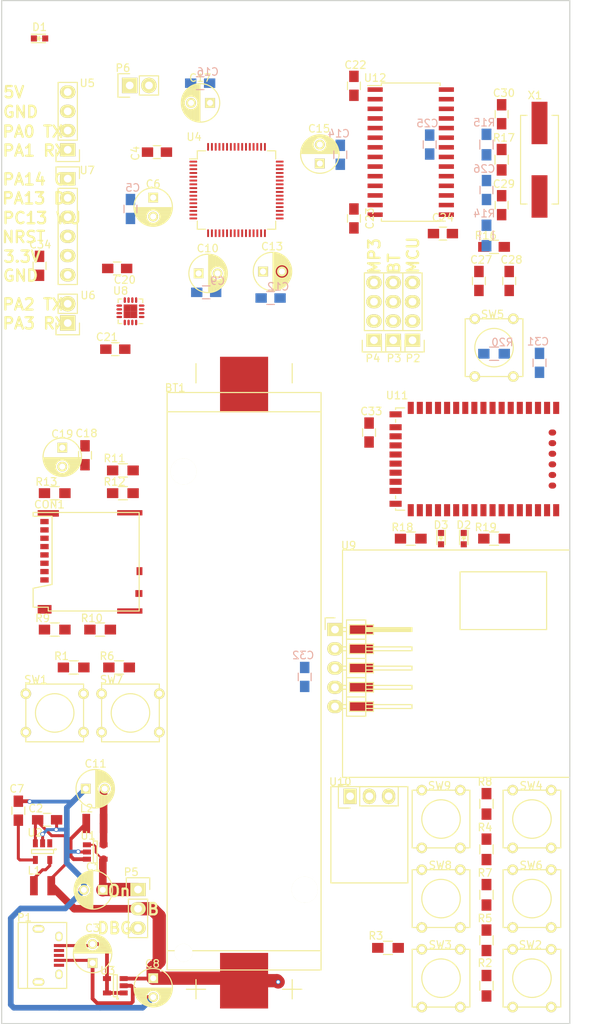
<source format=kicad_pcb>
(kicad_pcb (version 4) (host pcbnew 4.0.2-stable)
  (title_block (title "SenseWalk2: Minimalistic version") (rev 1) (company "University of Central Florida\\nSenior Design G23\\nBenoit Brummer\\n\\n\\n"))
  (layers (0 F.Cu signal) (1 In1.Cu power) (2 In2.Cu power) (31 B.Cu signal) (34 B.Paste user) (35 F.Paste user) (36 B.SilkS user) (37 F.SilkS user) (38 B.Mask user) (39 F.Mask user) (44 Edge.Cuts user))
  (net 0 "")
  (net 1 GND)
  (net 2 +BATT)
  (net 3 +5V)
  (net 4 +3V3)
  (net 5 PD2_SD-CMD)
  (net 6 PC10_SD-D2)
  (net 7 PC11_SD-D3)
  (net 8 PC12_SD-CK)
  (net 9 PC8_SD-D0)
  (net 10 PC9_SD-D1)
  (net 11 PA15_SD-DET)
  (net 12 "Net-(L2-Pad1)")
  (net 13 /in5)
  (net 14 /in6)
  (net 15 /in7)
  (net 16 /in8)
  (net 17 /in1)
  (net 18 /in2)
  (net 19 /in3)
  (net 20 /in4)
  (net 21 PC13_dbg)
  (net 22 NRST)
  (net 23 PC0_MP3-SCL)
  (net 24 PC1_MP3-SDA)
  (net 25 PC2_MAG-MISO)
  (net 26 PA0_las)
  (net 27 PA1_las)
  (net 28 PA2_UART)
  (net 29 PA3_UART)
  (net 30 PA4_BTpcm-Sync)
  (net 31 PA5_MP3-SCK)
  (net 32 PA6_BT-RTS)
  (net 33 PA7_MP3-SDI)
  (net 34 PC4_BT-RX)
  (net 35 PC5_BT-TX)
  (net 36 PB1_BT-CTS)
  (net 37 PB2_BT-GP2)
  (net 38 PB10_MAG-SPC)
  (net 39 "Net-(D1-Pad2)")
  (net 40 PB12_MAG-INT)
  (net 41 PB13_MAG-TRIG)
  (net 42 PB14_MP3-RST)
  (net 43 PB15_MAG-MOSI)
  (net 44 PC6_MP3-DR)
  (net 45 PA9_GPS-RX)
  (net 46 PA13_dbg)
  (net 47 PA14_dbg)
  (net 48 PB3_BTpcm-CLK)
  (net 49 PB5_BTpcm-IN)
  (net 50 PB7_GPS-TX)
  (net 51 PB9_MAG-CS)
  (net 52 "Net-(P4-Pad4)")
  (net 53 "Net-(P4-Pad1)")
  (net 54 "Net-(P4-Pad2)")
  (net 55 "Net-(C26-Pad1)")
  (net 56 "Net-(C28-Pad1)")
  (net 57 "Net-(C29-Pad1)")
  (net 58 "Net-(C27-Pad1)")
  (net 59 "Net-(D2-Pad2)")
  (net 60 "Net-(D2-Pad1)")
  (net 61 "Net-(D3-Pad2)")
  (net 62 "Net-(D3-Pad1)")
  (net 63 "Net-(P3-Pad1)")
  (net 64 "Net-(P3-Pad2)")
  (net 65 "Net-(P3-Pad3)")
  (net 66 "Net-(P3-Pad4)")
  (net 67 "Net-(L1-Pad2)")
  (net 68 "Net-(C3-Pad2)")
  (net 69 "Net-(C26-Pad2)")
  (net 70 "Net-(C30-Pad1)")
  (net 71 PB0_mic)
  (net 72 PB11_BT-GP9)
  (net 73 x-in-1)
  (net 74 x-in-2)
  (net 75 /3VEN)
  (net 76 /5VEN)
  (module con-trougnouf:18650BatteryHolder (layer F.Cu) (at 69 173 270)
    (fp_text reference BT1 (at -81.9 9.1 360) (layer F.SilkS))
    (fp_text value Battery)
    (pad "" np_thru_hole oval (at -70.87 8 270) (size 3.45 3.45) (drill 3.45) (layers *.Cu *.Mask F.SilkS))
    (pad 1 smd rect (at -3.67 0 270) (size 7.34 6.35) (layers F.Cu F.Paste F.Mask) (net 2 +BATT))
    (pad 2 smd rect (at -82.33 0 270) (size 7.34 6.35) (layers F.Cu F.Paste F.Mask) (net 1 GND))
    (pad "" np_thru_hole oval (at -7.34 8 270) (size 2.39 2.39) (drill 2.39) (layers *.Cu *.Mask F.SilkS))
    (pad "" np_thru_hole oval (at -15.67 -8 270) (size 3.45 3.45) (drill 3.45) (layers *.Cu *.Mask F.SilkS))
  )
  (module Capacitors_ThroughHole:C_Radial_D5_L11_P2.5 (layer F.Cu) (at 50.35 157.35 180)
    (fp_text reference C1 (at 1.25 3.05 180) (layer F.SilkS))
    (fp_text value 10uF)
    (pad 1 thru_hole rect (at 0 0 180) (size 1.3 1.3) (drill 0.8) (layers *.Cu *.Mask F.SilkS) (net 75 /3VEN))
    (pad 2 thru_hole circle (at 2.5 0 180) (size 1.3 1.3) (drill 0.8) (layers *.Cu *.Mask F.SilkS) (net 1 GND))
  )
  (module con-trougnouf:MicroSD (layer F.Cu) (at 42.65 112.05 90)
    (fp_text reference CON1 (at 5.55 0.65 180) (layer F.SilkS))
    (fp_text value uSD_Card)
    (pad 6 smd rect (at -2.2 0 90) (size 0.7 1.1) (layers F.Cu F.Paste F.Mask) (net 1 GND))
    (pad 3 smd rect (at 1.1 0 90) (size 0.7 1.1) (layers F.Cu F.Paste F.Mask) (net 5 PD2_SD-CMD))
    (pad ~ smd rect (at 4.38 0.5 90) (size 0.86 2.8) (layers F.Cu F.Paste F.Mask))
    (pad 1 smd rect (at 3.3 0 90) (size 0.7 1.1) (layers F.Cu F.Paste F.Mask) (net 6 PC10_SD-D2))
    (pad 2 smd rect (at 2.2 0 90) (size 0.7 1.1) (layers F.Cu F.Paste F.Mask) (net 7 PC11_SD-D3))
    (pad 4 smd rect (at 0 0 90) (size 0.7 1.1) (layers F.Cu F.Paste F.Mask) (net 4 +3V3))
    (pad 5 smd rect (at -1.1 0 90) (size 0.7 1.1) (layers F.Cu F.Paste F.Mask) (net 8 PC12_SD-CK))
    (pad 7 smd rect (at -3.3 0 90) (size 0.7 1.1) (layers F.Cu F.Paste F.Mask) (net 9 PC8_SD-D0))
    (pad 8 smd rect (at -4.4 0 90) (size 0.7 1.1) (layers F.Cu F.Paste F.Mask) (net 10 PC9_SD-D1))
    (pad ~ smd rect (at -8.28 0.015 90) (size 1.14 1.83) (layers F.Cu F.Paste F.Mask))
    (pad ~ smd rect (at -8.5 11.265 90) (size 0.7 3.33) (layers F.Cu F.Paste F.Mask))
    (pad 6 smd rect (at -6.19 12.465 90) (size 0.9 0.93) (layers F.Cu F.Paste F.Mask) (net 1 GND))
    (pad 9 smd rect (at -3.24 12.54 90) (size 1.05 0.78) (layers F.Cu F.Paste F.Mask) (net 11 PA15_SD-DET))
    (pad ~ smd rect (at 4.46 11.265 90) (size 0.7 3.33) (layers F.Cu F.Paste F.Mask))
  )
  (module BT:RN-52 (layer F.Cu) (at 102 100.5 270)
    (fp_text reference U11 (at -8.4 12.8 360) (layer F.SilkS))
    (fp_text value RN-52)
    (pad 28 smd rect (at 6.75 11 270) (size 1.6 0.8) (layers F.Cu F.Paste F.Mask))
    (pad 27 smd rect (at 5.9 13 270) (size 0.8 1.6) (layers F.Cu F.Paste F.Mask) (net 1 GND))
    (pad 19 smd rect (at -4.2 13 270) (size 0.8 1.6) (layers F.Cu F.Paste F.Mask))
    (pad 1 smd rect (at -6.75 -8.2 270) (size 1.6 0.8) (layers F.Cu F.Paste F.Mask) (net 1 GND))
    (pad 2 smd rect (at -6.75 -7 270) (size 1.6 0.8) (layers F.Cu F.Paste F.Mask) (net 37 PB2_BT-GP2))
    (pad 3 smd rect (at -6.75 -5.8 270) (size 1.6 0.8) (layers F.Cu F.Paste F.Mask))
    (pad 4 smd rect (at -6.75 -4.6 270) (size 1.6 0.8) (layers F.Cu F.Paste F.Mask))
    (pad 5 smd rect (at -6.75 -3.4 270) (size 1.6 0.8) (layers F.Cu F.Paste F.Mask))
    (pad 6 smd rect (at -6.75 -2.2 270) (size 1.6 0.8) (layers F.Cu F.Paste F.Mask))
    (pad 7 smd rect (at -6.75 -1 270) (size 1.6 0.8) (layers F.Cu F.Paste F.Mask))
    (pad 8 smd rect (at -6.75 0.2 270) (size 1.6 0.8) (layers F.Cu F.Paste F.Mask))
    (pad 9 smd rect (at -6.75 1.4 270) (size 1.6 0.8) (layers F.Cu F.Paste F.Mask))
    (pad 10 smd rect (at -6.75 2.6 270) (size 1.6 0.8) (layers F.Cu F.Paste F.Mask))
    (pad 11 smd rect (at -6.75 3.8 270) (size 1.6 0.8) (layers F.Cu F.Paste F.Mask) (net 72 PB11_BT-GP9))
    (pad 12 smd rect (at -6.75 5 270) (size 1.6 0.8) (layers F.Cu F.Paste F.Mask))
    (pad 13 smd rect (at -6.75 6.2 270) (size 1.6 0.8) (layers F.Cu F.Paste F.Mask))
    (pad 14 smd rect (at -6.75 7.4 270) (size 1.6 0.8) (layers F.Cu F.Paste F.Mask) (net 32 PA6_BT-RTS))
    (pad 15 smd rect (at -6.75 8.6 270) (size 1.6 0.8) (layers F.Cu F.Paste F.Mask) (net 36 PB1_BT-CTS))
    (pad 16 smd rect (at -6.75 9.8 270) (size 1.6 0.8) (layers F.Cu F.Paste F.Mask) (net 35 PC5_BT-TX))
    (pad 17 smd rect (at -6.75 11 270) (size 1.6 0.8) (layers F.Cu F.Paste F.Mask) (net 34 PC4_BT-RX))
    (pad 18 smd rect (at -5.9 13 270) (size 0.8 1.6) (layers F.Cu F.Paste F.Mask) (net 1 GND))
    (pad 20 smd rect (at -3 13 270) (size 0.8 1.6) (layers F.Cu F.Paste F.Mask))
    (pad 21 smd rect (at -1.8 13 270) (size 0.8 1.6) (layers F.Cu F.Paste F.Mask) (net 4 +3V3))
    (pad 22 smd rect (at -0.6 13 270) (size 0.8 1.6) (layers F.Cu F.Paste F.Mask) (net 4 +3V3))
    (pad 23 smd rect (at 0.6 13 270) (size 0.8 1.6) (layers F.Cu F.Paste F.Mask) (net 66 "Net-(P3-Pad4)"))
    (pad 24 smd rect (at 1.8 13 270) (size 0.8 1.6) (layers F.Cu F.Paste F.Mask) (net 65 "Net-(P3-Pad3)"))
    (pad 25 smd rect (at 3 13 270) (size 0.8 1.6) (layers F.Cu F.Paste F.Mask) (net 64 "Net-(P3-Pad2)"))
    (pad 26 smd rect (at 4.2 13 270) (size 0.8 1.6) (layers F.Cu F.Paste F.Mask) (net 63 "Net-(P3-Pad1)"))
    (pad 29 smd rect (at 6.75 9.8 270) (size 1.6 0.8) (layers F.Cu F.Paste F.Mask))
    (pad 30 smd rect (at 6.75 8.6 270) (size 1.6 0.8) (layers F.Cu F.Paste F.Mask))
    (pad 31 smd rect (at 6.75 7.4 270) (size 1.6 0.8) (layers F.Cu F.Paste F.Mask))
    (pad 32 smd rect (at 6.75 6.2 270) (size 1.6 0.8) (layers F.Cu F.Paste F.Mask) (net 62 "Net-(D3-Pad1)"))
    (pad 33 smd rect (at 6.75 5 270) (size 1.6 0.8) (layers F.Cu F.Paste F.Mask) (net 60 "Net-(D2-Pad1)"))
    (pad 34 smd rect (at 6.75 3.8 270) (size 1.6 0.8) (layers F.Cu F.Paste F.Mask))
    (pad 35 smd rect (at 6.75 2.6 270) (size 1.6 0.8) (layers F.Cu F.Paste F.Mask))
    (pad 36 smd rect (at 6.75 1.4 270) (size 1.6 0.8) (layers F.Cu F.Paste F.Mask))
    (pad 37 smd rect (at 6.75 0.2 270) (size 1.6 0.8) (layers F.Cu F.Paste F.Mask))
    (pad 38 smd rect (at 6.75 -1 270) (size 1.6 0.8) (layers F.Cu F.Paste F.Mask))
    (pad 39 smd rect (at 6.75 -2.2 270) (size 1.6 0.8) (layers F.Cu F.Paste F.Mask) (net 1 GND))
    (pad 40 smd rect (at 6.75 -3.4 270) (size 1.6 0.8) (layers F.Cu F.Paste F.Mask))
    (pad 41 smd rect (at 6.75 -4.6 270) (size 1.6 0.8) (layers F.Cu F.Paste F.Mask))
    (pad 42 smd rect (at 6.75 -5.8 270) (size 1.6 0.8) (layers F.Cu F.Paste F.Mask))
    (pad 43 smd rect (at 6.75 -7 270) (size 1.6 0.8) (layers F.Cu F.Paste F.Mask))
    (pad 44 smd rect (at 6.75 -8.2 270) (size 1.6 0.8) (layers F.Cu F.Paste F.Mask) (net 1 GND))
    (pad 45 smd oval (at 3.5 -7.7 270) (size 0.8 1) (layers F.Cu F.Paste F.Mask) (net 1 GND))
    (pad 46 smd oval (at 2.1 -7.7 270) (size 0.8 1) (layers F.Cu F.Paste F.Mask) (net 1 GND))
    (pad 47 smd oval (at 0.7 -7.7 270) (size 0.8 1) (layers F.Cu F.Paste F.Mask) (net 1 GND))
    (pad 48 smd oval (at -0.7 -7.7 270) (size 0.8 1) (layers F.Cu F.Paste F.Mask) (net 1 GND))
    (pad 49 smd oval (at -2.1 -7.7 270) (size 0.8 1) (layers F.Cu F.Paste F.Mask) (net 1 GND))
    (pad 50 smd oval (at -3.5 -7.7 270) (size 0.8 1) (layers F.Cu F.Paste F.Mask) (net 1 GND))
  )
  (module Capacitors_ThroughHole:C_Radial_D5_L11_P2.5 (layer F.Cu) (at 49 167 90)
    (fp_text reference C3 (at 4.6 0 180) (layer F.SilkS))
    (fp_text value 1uF)
    (pad 1 thru_hole rect (at 0 0 90) (size 1.3 1.3) (drill 0.8) (layers *.Cu *.Mask F.SilkS) (net 1 GND))
    (pad 2 thru_hole circle (at 2.5 0 90) (size 1.3 1.3) (drill 0.8) (layers *.Cu *.Mask F.SilkS) (net 68 "Net-(C3-Pad2)"))
  )
  (module Capacitors_SMD:C_0805_HandSoldering (layer F.Cu) (at 57.5 60)
    (fp_text reference C4 (at -2.85 0.15 90) (layer F.SilkS))
    (fp_text value 0.1uF)
    (pad 1 smd rect (at -1.25 0) (size 1.5 1.25) (layers F.Cu F.Paste F.Mask) (net 1 GND))
    (pad 2 smd rect (at 1.25 0) (size 1.5 1.25) (layers F.Cu F.Paste F.Mask) (net 4 +3V3))
  )
  (module Capacitors_ThroughHole:C_Radial_D5_L11_P2.5 (layer F.Cu) (at 57 66 270)
    (fp_text reference C6 (at -1.8 0 360) (layer F.SilkS))
    (fp_text value 4.7uF)
    (pad 1 thru_hole rect (at 0 0 270) (size 1.3 1.3) (drill 0.8) (layers *.Cu *.Mask F.SilkS) (net 1 GND))
    (pad 2 thru_hole circle (at 2.5 0 270) (size 1.3 1.3) (drill 0.8) (layers *.Cu *.Mask F.SilkS) (net 4 +3V3))
  )
  (module Capacitors_SMD:C_0805_HandSoldering (layer F.Cu) (at 39.2 146.9 90)
    (fp_text reference C7 (at 2.9 -0.2 180) (layer F.SilkS))
    (fp_text value 10uF)
    (pad 1 smd rect (at -1.25 0 90) (size 1.5 1.25) (layers F.Cu F.Paste F.Mask) (net 3 +5V))
    (pad 2 smd rect (at 1.25 0 90) (size 1.5 1.25) (layers F.Cu F.Paste F.Mask) (net 1 GND))
  )
  (module Capacitors_ThroughHole:C_Radial_D5_L11_P2.5 (layer F.Cu) (at 57 169 270)
    (fp_text reference C8 (at -1.9 0.1 360) (layer F.SilkS))
    (fp_text value 1uF)
    (pad 1 thru_hole rect (at 0 0 270) (size 1.3 1.3) (drill 0.8) (layers *.Cu *.Mask F.SilkS) (net 2 +BATT))
    (pad 2 thru_hole circle (at 2.5 0 270) (size 1.3 1.3) (drill 0.8) (layers *.Cu *.Mask F.SilkS) (net 1 GND))
  )
  (module Capacitors_ThroughHole:C_Radial_D5_L11_P2.5 (layer F.Cu) (at 63 76)
    (fp_text reference C10 (at 1.2 -3.3) (layer F.SilkS))
    (fp_text value 4.7uF)
    (pad 1 thru_hole rect (at 0 0) (size 1.3 1.3) (drill 0.8) (layers *.Cu *.Mask F.SilkS) (net 1 GND))
    (pad 2 thru_hole circle (at 2.5 0) (size 1.3 1.3) (drill 0.8) (layers *.Cu *.Mask F.SilkS) (net 4 +3V3))
  )
  (module Capacitors_ThroughHole:C_Radial_D5_L11_P2.5 (layer F.Cu) (at 64.5 53.5 180)
    (fp_text reference C17 (at 1.3 3.3 180) (layer F.SilkS))
    (fp_text value 4.7uF)
    (pad 1 thru_hole rect (at 0 0 180) (size 1.3 1.3) (drill 0.8) (layers *.Cu *.Mask F.SilkS) (net 1 GND))
    (pad 2 thru_hole circle (at 2.5 0 180) (size 1.3 1.3) (drill 0.8) (layers *.Cu *.Mask F.SilkS) (net 4 +3V3))
  )
  (module Inductors_NEOSID:Neosid_Inductor_SM-NE29_SMD1008 (layer F.Cu) (at 42.4 156.8 180)
    (fp_text reference L1 (at 1.1 2 180) (layer F.SilkS))
    (fp_text value 4.7uH)
    (pad 2 smd rect (at 1.14554 0 180) (size 1.02108 2.54) (layers F.Cu F.Paste F.Mask) (net 67 "Net-(L1-Pad2)"))
    (pad 1 smd rect (at -1.14554 0 180) (size 1.02108 2.54) (layers F.Cu F.Paste F.Mask) (net 2 +BATT))
  )
  (module Inductors_NEOSID:Neosid_Inductor_SM-NE29_SMD1008 (layer F.Cu) (at 49.31 148.58)
    (fp_text reference L2 (at -1.11 -1.98 180) (layer F.SilkS))
    (fp_text value 4.7uH)
    (pad 2 smd rect (at 1.14554 0) (size 1.02108 2.54) (layers F.Cu F.Paste F.Mask) (net 4 +3V3))
    (pad 1 smd rect (at -1.14554 0) (size 1.02108 2.54) (layers F.Cu F.Paste F.Mask) (net 12 "Net-(L2-Pad1)"))
  )
  (module Connect:USB_Micro-B (layer F.Cu) (at 43 166 270)
    (fp_text reference P1 (at -5 3 360) (layer F.SilkS))
    (fp_text value USB_B)
    (pad 1 smd rect (at -1.3009 -1.56254) (size 1.35 0.4) (layers F.Cu F.Paste F.Mask) (net 68 "Net-(C3-Pad2)"))
    (pad 2 smd rect (at -0.6509 -1.56254) (size 1.35 0.4) (layers F.Cu F.Paste F.Mask))
    (pad 3 smd rect (at -0.0009 -1.56254) (size 1.35 0.4) (layers F.Cu F.Paste F.Mask))
    (pad 4 smd rect (at 0.6491 -1.56254) (size 1.35 0.4) (layers F.Cu F.Paste F.Mask) (net 1 GND))
    (pad 5 smd rect (at 1.2991 -1.56254) (size 1.35 0.4) (layers F.Cu F.Paste F.Mask))
    (pad 6 thru_hole oval (at -2.5009 -1.56254) (size 0.95 1.25) (drill oval 0.55 0.85) (layers *.Cu *.Mask F.SilkS))
    (pad 6 thru_hole oval (at 2.4991 -1.56254) (size 0.95 1.25) (drill oval 0.55 0.85) (layers *.Cu *.Mask F.SilkS))
    (pad 6 thru_hole oval (at -3.5009 1.13746) (size 1.55 1) (drill oval 1.15 0.5) (layers *.Cu *.Mask F.SilkS))
    (pad 6 thru_hole oval (at 3.4991 1.13746) (size 1.55 1) (drill oval 1.15 0.5) (layers *.Cu *.Mask F.SilkS))
  )
  (module Buttons_Switches_ThroughHole:SW_PUSH_SMALL (layer F.Cu) (at 44 134)
    (fp_text reference SW1 (at -2.5 -4.4) (layer F.SilkS))
    (fp_text value SW_PUSH)
    (pad 1 thru_hole circle (at 3.81 -2.54) (size 1.397 1.397) (drill 0.8128) (layers *.Cu *.Mask F.SilkS) (net 13 /in5))
    (pad 2 thru_hole circle (at 3.81 2.54) (size 1.397 1.397) (drill 0.8128) (layers *.Cu *.Mask F.SilkS) (net 4 +3V3))
    (pad 1 thru_hole circle (at -3.81 -2.54) (size 1.397 1.397) (drill 0.8128) (layers *.Cu *.Mask F.SilkS) (net 13 /in5))
    (pad 2 thru_hole circle (at -3.81 2.54) (size 1.397 1.397) (drill 0.8128) (layers *.Cu *.Mask F.SilkS) (net 4 +3V3))
  )
  (module Buttons_Switches_ThroughHole:SW_PUSH_SMALL (layer F.Cu) (at 107 169 270)
    (fp_text reference SW2 (at -4.4 0.2 360) (layer F.SilkS))
    (fp_text value SW_PUSH)
    (pad 1 thru_hole circle (at 3.81 -2.54 270) (size 1.397 1.397) (drill 0.8128) (layers *.Cu *.Mask F.SilkS) (net 14 /in6))
    (pad 2 thru_hole circle (at 3.81 2.54 270) (size 1.397 1.397) (drill 0.8128) (layers *.Cu *.Mask F.SilkS) (net 4 +3V3))
    (pad 1 thru_hole circle (at -3.81 -2.54 270) (size 1.397 1.397) (drill 0.8128) (layers *.Cu *.Mask F.SilkS) (net 14 /in6))
    (pad 2 thru_hole circle (at -3.81 2.54 270) (size 1.397 1.397) (drill 0.8128) (layers *.Cu *.Mask F.SilkS) (net 4 +3V3))
  )
  (module Buttons_Switches_ThroughHole:SW_PUSH_SMALL (layer F.Cu) (at 95 169 90)
    (fp_text reference SW3 (at 4.4 -0.1 180) (layer F.SilkS))
    (fp_text value SW_PUSH)
    (pad 1 thru_hole circle (at 3.81 -2.54 90) (size 1.397 1.397) (drill 0.8128) (layers *.Cu *.Mask F.SilkS) (net 15 /in7))
    (pad 2 thru_hole circle (at 3.81 2.54 90) (size 1.397 1.397) (drill 0.8128) (layers *.Cu *.Mask F.SilkS) (net 4 +3V3))
    (pad 1 thru_hole circle (at -3.81 -2.54 90) (size 1.397 1.397) (drill 0.8128) (layers *.Cu *.Mask F.SilkS) (net 15 /in7))
    (pad 2 thru_hole circle (at -3.81 2.54 90) (size 1.397 1.397) (drill 0.8128) (layers *.Cu *.Mask F.SilkS) (net 4 +3V3))
  )
  (module Buttons_Switches_ThroughHole:SW_PUSH_SMALL (layer F.Cu) (at 107 148 270)
    (fp_text reference SW4 (at -4.4 0.1 360) (layer F.SilkS))
    (fp_text value SW_PUSH)
    (pad 1 thru_hole circle (at 3.81 -2.54 270) (size 1.397 1.397) (drill 0.8128) (layers *.Cu *.Mask F.SilkS) (net 16 /in8))
    (pad 2 thru_hole circle (at 3.81 2.54 270) (size 1.397 1.397) (drill 0.8128) (layers *.Cu *.Mask F.SilkS) (net 4 +3V3))
    (pad 1 thru_hole circle (at -3.81 -2.54 270) (size 1.397 1.397) (drill 0.8128) (layers *.Cu *.Mask F.SilkS) (net 16 /in8))
    (pad 2 thru_hole circle (at -3.81 2.54 270) (size 1.397 1.397) (drill 0.8128) (layers *.Cu *.Mask F.SilkS) (net 4 +3V3))
  )
  (module Buttons_Switches_ThroughHole:SW_PUSH_SMALL (layer F.Cu) (at 107 158.5 270)
    (fp_text reference SW6 (at -4.4 0.1 360) (layer F.SilkS))
    (fp_text value SW_PUSH)
    (pad 1 thru_hole circle (at 3.81 -2.54 270) (size 1.397 1.397) (drill 0.8128) (layers *.Cu *.Mask F.SilkS) (net 17 /in1))
    (pad 2 thru_hole circle (at 3.81 2.54 270) (size 1.397 1.397) (drill 0.8128) (layers *.Cu *.Mask F.SilkS) (net 4 +3V3))
    (pad 1 thru_hole circle (at -3.81 -2.54 270) (size 1.397 1.397) (drill 0.8128) (layers *.Cu *.Mask F.SilkS) (net 17 /in1))
    (pad 2 thru_hole circle (at -3.81 2.54 270) (size 1.397 1.397) (drill 0.8128) (layers *.Cu *.Mask F.SilkS) (net 4 +3V3))
  )
  (module Buttons_Switches_ThroughHole:SW_PUSH_SMALL (layer F.Cu) (at 54 134)
    (fp_text reference SW7 (at -2.5 -4.4) (layer F.SilkS))
    (fp_text value SW_PUSH)
    (pad 1 thru_hole circle (at 3.81 -2.54) (size 1.397 1.397) (drill 0.8128) (layers *.Cu *.Mask F.SilkS) (net 18 /in2))
    (pad 2 thru_hole circle (at 3.81 2.54) (size 1.397 1.397) (drill 0.8128) (layers *.Cu *.Mask F.SilkS) (net 4 +3V3))
    (pad 1 thru_hole circle (at -3.81 -2.54) (size 1.397 1.397) (drill 0.8128) (layers *.Cu *.Mask F.SilkS) (net 18 /in2))
    (pad 2 thru_hole circle (at -3.81 2.54) (size 1.397 1.397) (drill 0.8128) (layers *.Cu *.Mask F.SilkS) (net 4 +3V3))
  )
  (module Buttons_Switches_ThroughHole:SW_PUSH_SMALL (layer F.Cu) (at 95 158.5 90)
    (fp_text reference SW8 (at 4.4 -0.1 180) (layer F.SilkS))
    (fp_text value SW_PUSH)
    (pad 1 thru_hole circle (at 3.81 -2.54 90) (size 1.397 1.397) (drill 0.8128) (layers *.Cu *.Mask F.SilkS) (net 19 /in3))
    (pad 2 thru_hole circle (at 3.81 2.54 90) (size 1.397 1.397) (drill 0.8128) (layers *.Cu *.Mask F.SilkS) (net 4 +3V3))
    (pad 1 thru_hole circle (at -3.81 -2.54 90) (size 1.397 1.397) (drill 0.8128) (layers *.Cu *.Mask F.SilkS) (net 19 /in3))
    (pad 2 thru_hole circle (at -3.81 2.54 90) (size 1.397 1.397) (drill 0.8128) (layers *.Cu *.Mask F.SilkS) (net 4 +3V3))
  )
  (module Buttons_Switches_ThroughHole:SW_PUSH_SMALL (layer F.Cu) (at 95 148 90)
    (fp_text reference SW9 (at 4.4 -0.2 180) (layer F.SilkS))
    (fp_text value SW_PUSH)
    (pad 1 thru_hole circle (at 3.81 -2.54 90) (size 1.397 1.397) (drill 0.8128) (layers *.Cu *.Mask F.SilkS) (net 20 /in4))
    (pad 2 thru_hole circle (at 3.81 2.54 90) (size 1.397 1.397) (drill 0.8128) (layers *.Cu *.Mask F.SilkS) (net 4 +3V3))
    (pad 1 thru_hole circle (at -3.81 -2.54 90) (size 1.397 1.397) (drill 0.8128) (layers *.Cu *.Mask F.SilkS) (net 20 /in4))
    (pad 2 thru_hole circle (at -3.81 2.54 90) (size 1.397 1.397) (drill 0.8128) (layers *.Cu *.Mask F.SilkS) (net 4 +3V3))
  )
  (module TO_SOT_Packages_SMD:SOT-23-5 (layer F.Cu) (at 42.4 152.3 270)
    (fp_text reference U2 (at -2.5 1 360) (layer F.SilkS))
    (fp_text value XC9140)
    (pad 1 smd rect (at -1.1 -0.95 270) (size 1.06 0.65) (layers F.Cu F.Paste F.Mask) (net 76 /5VEN))
    (pad 2 smd rect (at -1.1 0 270) (size 1.06 0.65) (layers F.Cu F.Paste F.Mask) (net 1 GND))
    (pad 3 smd rect (at -1.1 0.95 270) (size 1.06 0.65) (layers F.Cu F.Paste F.Mask) (net 2 +BATT))
    (pad 4 smd rect (at 1.1 0.95 270) (size 1.06 0.65) (layers F.Cu F.Paste F.Mask) (net 3 +5V))
    (pad 5 smd rect (at 1.1 -0.95 270) (size 1.06 0.65) (layers F.Cu F.Paste F.Mask) (net 67 "Net-(L1-Pad2)"))
  )
  (module TO_SOT_Packages_SMD:SOT-23-5 (layer F.Cu) (at 52 170 180)
    (fp_text reference U3 (at 1 2 180) (layer F.SilkS))
    (fp_text value MCP73811/2)
    (pad 1 smd rect (at -1.1 -0.95 180) (size 1.06 0.65) (layers F.Cu F.Paste F.Mask) (net 68 "Net-(C3-Pad2)"))
    (pad 2 smd rect (at -1.1 0 180) (size 1.06 0.65) (layers F.Cu F.Paste F.Mask) (net 1 GND))
    (pad 3 smd rect (at -1.1 0.95 180) (size 1.06 0.65) (layers F.Cu F.Paste F.Mask) (net 2 +BATT))
    (pad 4 smd rect (at 1.1 0.95 180) (size 1.06 0.65) (layers F.Cu F.Paste F.Mask) (net 68 "Net-(C3-Pad2)"))
    (pad 5 smd rect (at 1.1 -0.95 180) (size 1.06 0.65) (layers F.Cu F.Paste F.Mask) (net 68 "Net-(C3-Pad2)"))
  )
  (module Housings_QFP:LQFP-64_10x10mm_Pitch0.5mm (layer F.Cu) (at 68 65)
    (fp_text reference U4 (at -5.6 -7) (layer F.SilkS))
    (fp_text value STM32L476R)
    (pad 1 smd rect (at -5.7 -3.75) (size 1 0.25) (layers F.Cu F.Paste F.Mask) (net 4 +3V3))
    (pad 2 smd rect (at -5.7 -3.25) (size 1 0.25) (layers F.Cu F.Paste F.Mask) (net 21 PC13_dbg))
    (pad 3 smd rect (at -5.7 -2.75) (size 1 0.25) (layers F.Cu F.Paste F.Mask) (net 13 /in5))
    (pad 4 smd rect (at -5.7 -2.25) (size 1 0.25) (layers F.Cu F.Paste F.Mask) (net 14 /in6))
    (pad 5 smd rect (at -5.7 -1.75) (size 1 0.25) (layers F.Cu F.Paste F.Mask) (net 15 /in7))
    (pad 6 smd rect (at -5.7 -1.25) (size 1 0.25) (layers F.Cu F.Paste F.Mask) (net 16 /in8))
    (pad 7 smd rect (at -5.7 -0.75) (size 1 0.25) (layers F.Cu F.Paste F.Mask) (net 22 NRST))
    (pad 8 smd rect (at -5.7 -0.25) (size 1 0.25) (layers F.Cu F.Paste F.Mask) (net 23 PC0_MP3-SCL))
    (pad 9 smd rect (at -5.7 0.25) (size 1 0.25) (layers F.Cu F.Paste F.Mask) (net 24 PC1_MP3-SDA))
    (pad 10 smd rect (at -5.7 0.75) (size 1 0.25) (layers F.Cu F.Paste F.Mask) (net 25 PC2_MAG-MISO))
    (pad 11 smd rect (at -5.7 1.25) (size 1 0.25) (layers F.Cu F.Paste F.Mask))
    (pad 12 smd rect (at -5.7 1.75) (size 1 0.25) (layers F.Cu F.Paste F.Mask) (net 1 GND))
    (pad 13 smd rect (at -5.7 2.25) (size 1 0.25) (layers F.Cu F.Paste F.Mask) (net 4 +3V3))
    (pad 14 smd rect (at -5.7 2.75) (size 1 0.25) (layers F.Cu F.Paste F.Mask) (net 26 PA0_las))
    (pad 15 smd rect (at -5.7 3.25) (size 1 0.25) (layers F.Cu F.Paste F.Mask) (net 27 PA1_las))
    (pad 16 smd rect (at -5.7 3.75) (size 1 0.25) (layers F.Cu F.Paste F.Mask) (net 28 PA2_UART))
    (pad 17 smd rect (at -3.75 5.7 90) (size 1 0.25) (layers F.Cu F.Paste F.Mask) (net 29 PA3_UART))
    (pad 18 smd rect (at -3.25 5.7 90) (size 1 0.25) (layers F.Cu F.Paste F.Mask) (net 1 GND))
    (pad 19 smd rect (at -2.75 5.7 90) (size 1 0.25) (layers F.Cu F.Paste F.Mask) (net 4 +3V3))
    (pad 20 smd rect (at -2.25 5.7 90) (size 1 0.25) (layers F.Cu F.Paste F.Mask) (net 30 PA4_BTpcm-Sync))
    (pad 21 smd rect (at -1.75 5.7 90) (size 1 0.25) (layers F.Cu F.Paste F.Mask) (net 31 PA5_MP3-SCK))
    (pad 22 smd rect (at -1.25 5.7 90) (size 1 0.25) (layers F.Cu F.Paste F.Mask) (net 32 PA6_BT-RTS))
    (pad 23 smd rect (at -0.75 5.7 90) (size 1 0.25) (layers F.Cu F.Paste F.Mask) (net 33 PA7_MP3-SDI))
    (pad 24 smd rect (at -0.25 5.7 90) (size 1 0.25) (layers F.Cu F.Paste F.Mask) (net 34 PC4_BT-RX))
    (pad 25 smd rect (at 0.25 5.7 90) (size 1 0.25) (layers F.Cu F.Paste F.Mask) (net 35 PC5_BT-TX))
    (pad 26 smd rect (at 0.75 5.7 90) (size 1 0.25) (layers F.Cu F.Paste F.Mask) (net 71 PB0_mic))
    (pad 27 smd rect (at 1.25 5.7 90) (size 1 0.25) (layers F.Cu F.Paste F.Mask) (net 36 PB1_BT-CTS))
    (pad 28 smd rect (at 1.75 5.7 90) (size 1 0.25) (layers F.Cu F.Paste F.Mask) (net 37 PB2_BT-GP2))
    (pad 29 smd rect (at 2.25 5.7 90) (size 1 0.25) (layers F.Cu F.Paste F.Mask) (net 38 PB10_MAG-SPC))
    (pad 30 smd rect (at 2.75 5.7 90) (size 1 0.25) (layers F.Cu F.Paste F.Mask) (net 72 PB11_BT-GP9))
    (pad 31 smd rect (at 3.25 5.7 90) (size 1 0.25) (layers F.Cu F.Paste F.Mask) (net 1 GND))
    (pad 32 smd rect (at 3.75 5.7 90) (size 1 0.25) (layers F.Cu F.Paste F.Mask) (net 4 +3V3))
    (pad 33 smd rect (at 5.7 3.75) (size 1 0.25) (layers F.Cu F.Paste F.Mask) (net 40 PB12_MAG-INT))
    (pad 34 smd rect (at 5.7 3.25) (size 1 0.25) (layers F.Cu F.Paste F.Mask) (net 41 PB13_MAG-TRIG))
    (pad 35 smd rect (at 5.7 2.75) (size 1 0.25) (layers F.Cu F.Paste F.Mask) (net 42 PB14_MP3-RST))
    (pad 36 smd rect (at 5.7 2.25) (size 1 0.25) (layers F.Cu F.Paste F.Mask) (net 43 PB15_MAG-MOSI))
    (pad 37 smd rect (at 5.7 1.75) (size 1 0.25) (layers F.Cu F.Paste F.Mask) (net 44 PC6_MP3-DR))
    (pad 38 smd rect (at 5.7 1.25) (size 1 0.25) (layers F.Cu F.Paste F.Mask) (net 76 /5VEN))
    (pad 39 smd rect (at 5.7 0.75) (size 1 0.25) (layers F.Cu F.Paste F.Mask) (net 9 PC8_SD-D0))
    (pad 40 smd rect (at 5.7 0.25) (size 1 0.25) (layers F.Cu F.Paste F.Mask) (net 10 PC9_SD-D1))
    (pad 41 smd rect (at 5.7 -0.25) (size 1 0.25) (layers F.Cu F.Paste F.Mask) (net 17 /in1))
    (pad 42 smd rect (at 5.7 -0.75) (size 1 0.25) (layers F.Cu F.Paste F.Mask) (net 45 PA9_GPS-RX))
    (pad 43 smd rect (at 5.7 -1.25) (size 1 0.25) (layers F.Cu F.Paste F.Mask) (net 18 /in2))
    (pad 44 smd rect (at 5.7 -1.75) (size 1 0.25) (layers F.Cu F.Paste F.Mask) (net 19 /in3))
    (pad 45 smd rect (at 5.7 -2.25) (size 1 0.25) (layers F.Cu F.Paste F.Mask) (net 20 /in4))
    (pad 46 smd rect (at 5.7 -2.75) (size 1 0.25) (layers F.Cu F.Paste F.Mask) (net 46 PA13_dbg))
    (pad 47 smd rect (at 5.7 -3.25) (size 1 0.25) (layers F.Cu F.Paste F.Mask) (net 1 GND))
    (pad 48 smd rect (at 5.7 -3.75) (size 1 0.25) (layers F.Cu F.Paste F.Mask) (net 4 +3V3))
    (pad 49 smd rect (at 3.75 -5.7 90) (size 1 0.25) (layers F.Cu F.Paste F.Mask) (net 47 PA14_dbg))
    (pad 50 smd rect (at 3.25 -5.7 90) (size 1 0.25) (layers F.Cu F.Paste F.Mask) (net 11 PA15_SD-DET))
    (pad 51 smd rect (at 2.75 -5.7 90) (size 1 0.25) (layers F.Cu F.Paste F.Mask) (net 6 PC10_SD-D2))
    (pad 52 smd rect (at 2.25 -5.7 90) (size 1 0.25) (layers F.Cu F.Paste F.Mask) (net 7 PC11_SD-D3))
    (pad 53 smd rect (at 1.75 -5.7 90) (size 1 0.25) (layers F.Cu F.Paste F.Mask) (net 8 PC12_SD-CK))
    (pad 54 smd rect (at 1.25 -5.7 90) (size 1 0.25) (layers F.Cu F.Paste F.Mask) (net 5 PD2_SD-CMD))
    (pad 55 smd rect (at 0.75 -5.7 90) (size 1 0.25) (layers F.Cu F.Paste F.Mask) (net 48 PB3_BTpcm-CLK))
    (pad 56 smd rect (at 0.25 -5.7 90) (size 1 0.25) (layers F.Cu F.Paste F.Mask) (net 73 x-in-1))
    (pad 57 smd rect (at -0.25 -5.7 90) (size 1 0.25) (layers F.Cu F.Paste F.Mask) (net 49 PB5_BTpcm-IN))
    (pad 58 smd rect (at -0.75 -5.7 90) (size 1 0.25) (layers F.Cu F.Paste F.Mask) (net 74 x-in-2))
    (pad 59 smd rect (at -1.25 -5.7 90) (size 1 0.25) (layers F.Cu F.Paste F.Mask) (net 50 PB7_GPS-TX))
    (pad 60 smd rect (at -1.75 -5.7 90) (size 1 0.25) (layers F.Cu F.Paste F.Mask))
    (pad 61 smd rect (at -2.25 -5.7 90) (size 1 0.25) (layers F.Cu F.Paste F.Mask) (net 39 "Net-(D1-Pad2)"))
    (pad 62 smd rect (at -2.75 -5.7 90) (size 1 0.25) (layers F.Cu F.Paste F.Mask) (net 51 PB9_MAG-CS))
    (pad 63 smd rect (at -3.25 -5.7 90) (size 1 0.25) (layers F.Cu F.Paste F.Mask) (net 1 GND))
    (pad 64 smd rect (at -3.75 -5.7 90) (size 1 0.25) (layers F.Cu F.Paste F.Mask) (net 4 +3V3))
  )
  (module con-trougnouf:Socket_Strip_Straight_1x04_3467 (layer F.Cu) (at 45.72 59.69 90)
    (fp_text reference U5 (at 8.79 2.58 180) (layer F.SilkS))
    (fp_text value Lightware_SF10/A)
    (pad 3 thru_hole rect (at 0 0 90) (size 1.7272 2.032) (drill 1.016) (layers *.Cu *.Mask F.SilkS) (net 27 PA1_las))
    (pad 4 thru_hole oval (at 2.54 0 90) (size 1.7272 2.032) (drill 1.016) (layers *.Cu *.Mask F.SilkS) (net 26 PA0_las))
    (pad 6 thru_hole oval (at 5.08 0 90) (size 1.7272 2.032) (drill 1.016) (layers *.Cu *.Mask F.SilkS) (net 1 GND))
    (pad 7 thru_hole oval (at 7.62 0 90) (size 1.7272 2.032) (drill 1.016) (layers *.Cu *.Mask F.SilkS) (net 3 +5V))
  )
  (module Housings_DFN_QFN:QFN-16-1EP_3x3mm_Pitch0.5mm (layer F.Cu) (at 54 81 180)
    (fp_text reference U8 (at 1.3 2.7 360) (layer F.SilkS))
    (fp_text value MLX90393)
    (pad 1 smd oval (at -1.475 -0.75 180) (size 0.75 0.3) (layers F.Cu F.Paste F.Mask) (net 40 PB12_MAG-INT))
    (pad 2 smd oval (at -1.475 -0.25 180) (size 0.75 0.3) (layers F.Cu F.Paste F.Mask) (net 51 PB9_MAG-CS))
    (pad 3 smd oval (at -1.475 0.25 180) (size 0.75 0.3) (layers F.Cu F.Paste F.Mask) (net 38 PB10_MAG-SPC))
    (pad 4 smd oval (at -1.475 0.75 180) (size 0.75 0.3) (layers F.Cu F.Paste F.Mask))
    (pad 5 smd oval (at -0.75 1.475 270) (size 0.75 0.3) (layers F.Cu F.Paste F.Mask) (net 43 PB15_MAG-MOSI))
    (pad 6 smd oval (at -0.25 1.475 270) (size 0.75 0.3) (layers F.Cu F.Paste F.Mask) (net 25 PC2_MAG-MISO))
    (pad 7 smd oval (at 0.25 1.475 270) (size 0.75 0.3) (layers F.Cu F.Paste F.Mask) (net 41 PB13_MAG-TRIG))
    (pad 8 smd oval (at 0.75 1.475 270) (size 0.75 0.3) (layers F.Cu F.Paste F.Mask) (net 4 +3V3))
    (pad 9 smd oval (at 1.475 0.75 180) (size 0.75 0.3) (layers F.Cu F.Paste F.Mask))
    (pad 10 smd oval (at 1.475 0.25 180) (size 0.75 0.3) (layers F.Cu F.Paste F.Mask))
    (pad 11 smd oval (at 1.475 -0.25 180) (size 0.75 0.3) (layers F.Cu F.Paste F.Mask) (net 1 GND))
    (pad 12 smd oval (at 1.475 -0.75 180) (size 0.75 0.3) (layers F.Cu F.Paste F.Mask) (net 1 GND))
    (pad 13 smd oval (at 0.75 -1.475 270) (size 0.75 0.3) (layers F.Cu F.Paste F.Mask) (net 1 GND))
    (pad 14 smd oval (at 0.25 -1.475 270) (size 0.75 0.3) (layers F.Cu F.Paste F.Mask))
    (pad 15 smd oval (at -0.25 -1.475 270) (size 0.75 0.3) (layers F.Cu F.Paste F.Mask) (net 4 +3V3))
    (pad 16 smd oval (at -0.75 -1.475 270) (size 0.75 0.3) (layers F.Cu F.Paste F.Mask))
    (pad 17 smd rect (at 0.45 0.45 180) (size 0.9 0.9) (layers F.Cu F.Paste F.Mask))
    (pad 17 smd rect (at 0.45 -0.45 180) (size 0.9 0.9) (layers F.Cu F.Paste F.Mask))
    (pad 17 smd rect (at -0.45 0.45 180) (size 0.9 0.9) (layers F.Cu F.Paste F.Mask))
    (pad 17 smd rect (at -0.45 -0.45 180) (size 0.9 0.9) (layers F.Cu F.Paste F.Mask))
  )
  (module Housings_SOIC:SOIC-28_7.5x17.9mm_Pitch1.27mm (layer F.Cu) (at 91 60)
    (fp_text reference U12 (at -4.7 -9.8) (layer F.SilkS))
    (fp_text value STA013)
    (pad 1 smd rect (at -4.7 -8.255) (size 2 0.6) (layers F.Cu F.Paste F.Mask) (net 4 +3V3))
    (pad 2 smd rect (at -4.7 -6.985) (size 2 0.6) (layers F.Cu F.Paste F.Mask) (net 1 GND))
    (pad 3 smd rect (at -4.7 -5.715) (size 2 0.6) (layers F.Cu F.Paste F.Mask) (net 24 PC1_MP3-SDA))
    (pad 4 smd rect (at -4.7 -4.445) (size 2 0.6) (layers F.Cu F.Paste F.Mask) (net 23 PC0_MP3-SCL))
    (pad 5 smd rect (at -4.7 -3.175) (size 2 0.6) (layers F.Cu F.Paste F.Mask) (net 33 PA7_MP3-SDI))
    (pad 6 smd rect (at -4.7 -1.905) (size 2 0.6) (layers F.Cu F.Paste F.Mask) (net 31 PA5_MP3-SCK))
    (pad 7 smd rect (at -4.7 -0.635) (size 2 0.6) (layers F.Cu F.Paste F.Mask) (net 4 +3V3))
    (pad 8 smd rect (at -4.7 0.635) (size 2 0.6) (layers F.Cu F.Paste F.Mask) (net 4 +3V3))
    (pad 9 smd rect (at -4.7 1.905) (size 2 0.6) (layers F.Cu F.Paste F.Mask) (net 52 "Net-(P4-Pad4)"))
    (pad 10 smd rect (at -4.7 3.175) (size 2 0.6) (layers F.Cu F.Paste F.Mask) (net 53 "Net-(P4-Pad1)"))
    (pad 11 smd rect (at -4.7 4.445) (size 2 0.6) (layers F.Cu F.Paste F.Mask) (net 54 "Net-(P4-Pad2)"))
    (pad 12 smd rect (at -4.7 5.715) (size 2 0.6) (layers F.Cu F.Paste F.Mask))
    (pad 13 smd rect (at -4.7 6.985) (size 2 0.6) (layers F.Cu F.Paste F.Mask) (net 1 GND))
    (pad 14 smd rect (at -4.7 8.255) (size 2 0.6) (layers F.Cu F.Paste F.Mask) (net 4 +3V3))
    (pad 15 smd rect (at 4.7 8.255) (size 2 0.6) (layers F.Cu F.Paste F.Mask) (net 1 GND))
    (pad 16 smd rect (at 4.7 6.985) (size 2 0.6) (layers F.Cu F.Paste F.Mask) (net 4 +3V3))
    (pad 17 smd rect (at 4.7 5.715) (size 2 0.6) (layers F.Cu F.Paste F.Mask) (net 69 "Net-(C26-Pad2)"))
    (pad 18 smd rect (at 4.7 4.445) (size 2 0.6) (layers F.Cu F.Paste F.Mask) (net 55 "Net-(C26-Pad1)"))
    (pad 19 smd rect (at 4.7 3.175) (size 2 0.6) (layers F.Cu F.Paste F.Mask) (net 58 "Net-(C27-Pad1)"))
    (pad 20 smd rect (at 4.7 1.905) (size 2 0.6) (layers F.Cu F.Paste F.Mask) (net 57 "Net-(C29-Pad1)"))
    (pad 21 smd rect (at 4.7 0.635) (size 2 0.6) (layers F.Cu F.Paste F.Mask) (net 70 "Net-(C30-Pad1)"))
    (pad 22 smd rect (at 4.7 -0.635) (size 2 0.6) (layers F.Cu F.Paste F.Mask) (net 1 GND))
    (pad 23 smd rect (at 4.7 -1.905) (size 2 0.6) (layers F.Cu F.Paste F.Mask) (net 4 +3V3))
    (pad 24 smd rect (at 4.7 -3.175) (size 2 0.6) (layers F.Cu F.Paste F.Mask) (net 4 +3V3))
    (pad 25 smd rect (at 4.7 -4.445) (size 2 0.6) (layers F.Cu F.Paste F.Mask) (net 1 GND))
    (pad 26 smd rect (at 4.7 -5.715) (size 2 0.6) (layers F.Cu F.Paste F.Mask) (net 42 PB14_MP3-RST))
    (pad 27 smd rect (at 4.7 -6.985) (size 2 0.6) (layers F.Cu F.Paste F.Mask) (net 1 GND))
    (pad 28 smd rect (at 4.7 -8.255) (size 2 0.6) (layers F.Cu F.Paste F.Mask) (net 44 PC6_MP3-DR))
  )
  (module Capacitors_SMD:C_0805_HandSoldering (layer F.Cu) (at 48 100 90)
    (fp_text reference C19 (at 2.8 -3 180) (layer F.SilkS))
    (fp_text value 0.1uF)
    (pad 1 smd rect (at -1.25 0 90) (size 1.5 1.25) (layers F.Cu F.Paste F.Mask) (net 4 +3V3))
    (pad 2 smd rect (at 1.25 0 90) (size 1.5 1.25) (layers F.Cu F.Paste F.Mask) (net 1 GND))
  )
  (module Capacitors_SMD:C_0805_HandSoldering (layer F.Cu) (at 52.25 75.35 180)
    (fp_text reference C20 (at -1 -1.5 180) (layer F.SilkS))
    (fp_text value 0.1uF)
    (pad 1 smd rect (at -1.25 0 180) (size 1.5 1.25) (layers F.Cu F.Paste F.Mask) (net 1 GND))
    (pad 2 smd rect (at 1.25 0 180) (size 1.5 1.25) (layers F.Cu F.Paste F.Mask) (net 4 +3V3))
  )
  (module Capacitors_SMD:C_0805_HandSoldering (layer F.Cu) (at 52 86)
    (fp_text reference C21 (at -1.1 -1.6 180) (layer F.SilkS))
    (fp_text value 0.1uF)
    (pad 1 smd rect (at -1.25 0) (size 1.5 1.25) (layers F.Cu F.Paste F.Mask) (net 1 GND))
    (pad 2 smd rect (at 1.25 0) (size 1.5 1.25) (layers F.Cu F.Paste F.Mask) (net 4 +3V3))
  )
  (module Capacitors_SMD:C_0805_HandSoldering (layer F.Cu) (at 83.5 51.25 90)
    (fp_text reference C22 (at 2.75 0.2 180) (layer F.SilkS))
    (fp_text value 0.1uF)
    (pad 1 smd rect (at -1.25 0 90) (size 1.5 1.25) (layers F.Cu F.Paste F.Mask) (net 1 GND))
    (pad 2 smd rect (at 1.25 0 90) (size 1.5 1.25) (layers F.Cu F.Paste F.Mask) (net 4 +3V3))
  )
  (module Capacitors_SMD:C_0805_HandSoldering (layer F.Cu) (at 83.5 68.75 270)
    (fp_text reference C23 (at 0 -2.1 270) (layer F.SilkS))
    (fp_text value 0.1uF)
    (pad 1 smd rect (at -1.25 0 270) (size 1.5 1.25) (layers F.Cu F.Paste F.Mask) (net 1 GND))
    (pad 2 smd rect (at 1.25 0 270) (size 1.5 1.25) (layers F.Cu F.Paste F.Mask) (net 4 +3V3))
  )
  (module Capacitors_SMD:C_0805_HandSoldering (layer F.Cu) (at 95.25 70.75)
    (fp_text reference C24 (at 0 -2.1) (layer F.SilkS))
    (fp_text value 0.1uF)
    (pad 1 smd rect (at -1.25 0) (size 1.5 1.25) (layers F.Cu F.Paste F.Mask) (net 1 GND))
    (pad 2 smd rect (at 1.25 0) (size 1.5 1.25) (layers F.Cu F.Paste F.Mask) (net 4 +3V3))
  )
  (module Capacitors_SMD:C_0805_HandSoldering (layer B.Cu) (at 93.5 59 90)
    (fp_text reference C25 (at 2.8 -0.3 180) (layer B.SilkS) (effects (justify mirror)))
    (fp_text value 0.1uF)
    (pad 1 smd rect (at -1.25 0 90) (size 1.5 1.25) (layers B.Cu B.Paste B.Mask) (net 1 GND))
    (pad 2 smd rect (at 1.25 0 90) (size 1.5 1.25) (layers B.Cu B.Paste B.Mask) (net 4 +3V3))
  )
  (module Capacitors_SMD:C_0805_HandSoldering (layer B.Cu) (at 101 65 270)
    (fp_text reference C26 (at -2.8 0.3 360) (layer B.SilkS) (effects (justify mirror)))
    (fp_text value 0.1uF)
    (pad 1 smd rect (at -1.25 0 270) (size 1.5 1.25) (layers B.Cu B.Paste B.Mask) (net 55 "Net-(C26-Pad1)"))
    (pad 2 smd rect (at 1.25 0 270) (size 1.5 1.25) (layers B.Cu B.Paste B.Mask) (net 69 "Net-(C26-Pad2)"))
  )
  (module Capacitors_SMD:C_0805_HandSoldering (layer F.Cu) (at 100 77 270)
    (fp_text reference C27 (at -2.8 -0.3 360) (layer F.SilkS))
    (fp_text value 470pF)
    (pad 1 smd rect (at -1.25 0 270) (size 1.5 1.25) (layers F.Cu F.Paste F.Mask) (net 58 "Net-(C27-Pad1)"))
    (pad 2 smd rect (at 1.25 0 270) (size 1.5 1.25) (layers F.Cu F.Paste F.Mask) (net 1 GND))
  )
  (module Capacitors_SMD:C_0805_HandSoldering (layer F.Cu) (at 104 77 270)
    (fp_text reference C28 (at -2.8 -0.3 360) (layer F.SilkS))
    (fp_text value 4.7nF)
    (pad 1 smd rect (at -1.25 0 270) (size 1.5 1.25) (layers F.Cu F.Paste F.Mask) (net 56 "Net-(C28-Pad1)"))
    (pad 2 smd rect (at 1.25 0 270) (size 1.5 1.25) (layers F.Cu F.Paste F.Mask) (net 1 GND))
  )
  (module Capacitors_SMD:C_0805_HandSoldering (layer F.Cu) (at 103 67 270)
    (fp_text reference C29 (at -2.8 -0.3 360) (layer F.SilkS))
    (fp_text value 22pF)
    (pad 1 smd rect (at -1.25 0 270) (size 1.5 1.25) (layers F.Cu F.Paste F.Mask) (net 57 "Net-(C29-Pad1)"))
    (pad 2 smd rect (at 1.25 0 270) (size 1.5 1.25) (layers F.Cu F.Paste F.Mask) (net 1 GND))
  )
  (module Capacitors_SMD:C_0805_HandSoldering (layer F.Cu) (at 103 55 90)
    (fp_text reference C30 (at 2.8 0.3 180) (layer F.SilkS))
    (fp_text value 22pF)
    (pad 1 smd rect (at -1.25 0 90) (size 1.5 1.25) (layers F.Cu F.Paste F.Mask) (net 70 "Net-(C30-Pad1)"))
    (pad 2 smd rect (at 1.25 0 90) (size 1.5 1.25) (layers F.Cu F.Paste F.Mask) (net 1 GND))
  )
  (module LEDs:LED_0603 (layer F.Cu) (at 42 45)
    (fp_text reference D1 (at 0 -1.5) (layer F.SilkS))
    (fp_text value Led_Small)
    (pad 2 smd rect (at 0.7493 0 180) (size 0.79756 0.79756) (layers F.Cu F.Paste F.Mask) (net 39 "Net-(D1-Pad2)"))
    (pad 1 smd rect (at -0.7493 0 180) (size 0.79756 0.79756) (layers F.Cu F.Paste F.Mask) (net 1 GND))
  )
  (module LEDs:LED_0603 (layer F.Cu) (at 98 111 270)
    (fp_text reference D2 (at -1.8 0 360) (layer F.SilkS))
    (fp_text value Led_B)
    (pad 2 smd rect (at 0.7493 0 90) (size 0.79756 0.79756) (layers F.Cu F.Paste F.Mask) (net 59 "Net-(D2-Pad2)"))
    (pad 1 smd rect (at -0.7493 0 90) (size 0.79756 0.79756) (layers F.Cu F.Paste F.Mask) (net 60 "Net-(D2-Pad1)"))
  )
  (module LEDs:LED_0603 (layer F.Cu) (at 95 111 270)
    (fp_text reference D3 (at -1.8 0 360) (layer F.SilkS))
    (fp_text value Led_R)
    (pad 2 smd rect (at 0.7493 0 90) (size 0.79756 0.79756) (layers F.Cu F.Paste F.Mask) (net 61 "Net-(D3-Pad2)"))
    (pad 1 smd rect (at -0.7493 0 90) (size 0.79756 0.79756) (layers F.Cu F.Paste F.Mask) (net 62 "Net-(D3-Pad1)"))
  )
  (module Pin_Headers:Pin_Header_Straight_1x04 (layer F.Cu) (at 91.23 84.82 180)
    (fp_text reference P2 (at -0.07 -2.38 180) (layer F.SilkS))
    (fp_text value CONN_01X04)
    (pad 1 thru_hole rect (at 0 0 180) (size 2.032 1.7272) (drill 1.016) (layers *.Cu *.Mask F.SilkS) (net 48 PB3_BTpcm-CLK))
    (pad 2 thru_hole oval (at 0 2.54 180) (size 2.032 1.7272) (drill 1.016) (layers *.Cu *.Mask F.SilkS) (net 30 PA4_BTpcm-Sync))
    (pad 3 thru_hole oval (at 0 5.08 180) (size 2.032 1.7272) (drill 1.016) (layers *.Cu *.Mask F.SilkS))
    (pad 4 thru_hole oval (at 0 7.62 180) (size 2.032 1.7272) (drill 1.016) (layers *.Cu *.Mask F.SilkS) (net 49 PB5_BTpcm-IN))
  )
  (module Pin_Headers:Pin_Header_Straight_1x04 (layer F.Cu) (at 88.69 84.82 180)
    (fp_text reference P3 (at -0.11 -2.38 180) (layer F.SilkS))
    (fp_text value CONN_01X04)
    (pad 1 thru_hole rect (at 0 0 180) (size 2.032 1.7272) (drill 1.016) (layers *.Cu *.Mask F.SilkS) (net 63 "Net-(P3-Pad1)"))
    (pad 2 thru_hole oval (at 0 2.54 180) (size 2.032 1.7272) (drill 1.016) (layers *.Cu *.Mask F.SilkS) (net 64 "Net-(P3-Pad2)"))
    (pad 3 thru_hole oval (at 0 5.08 180) (size 2.032 1.7272) (drill 1.016) (layers *.Cu *.Mask F.SilkS) (net 65 "Net-(P3-Pad3)"))
    (pad 4 thru_hole oval (at 0 7.62 180) (size 2.032 1.7272) (drill 1.016) (layers *.Cu *.Mask F.SilkS) (net 66 "Net-(P3-Pad4)"))
  )
  (module Pin_Headers:Pin_Header_Straight_1x04 (layer F.Cu) (at 86.15 84.82 180)
    (fp_text reference P4 (at 0.15 -2.38 180) (layer F.SilkS))
    (fp_text value CONN_01X04)
    (pad 1 thru_hole rect (at 0 0 180) (size 2.032 1.7272) (drill 1.016) (layers *.Cu *.Mask F.SilkS) (net 53 "Net-(P4-Pad1)"))
    (pad 2 thru_hole oval (at 0 2.54 180) (size 2.032 1.7272) (drill 1.016) (layers *.Cu *.Mask F.SilkS) (net 54 "Net-(P4-Pad2)"))
    (pad 3 thru_hole oval (at 0 5.08 180) (size 2.032 1.7272) (drill 1.016) (layers *.Cu *.Mask F.SilkS))
    (pad 4 thru_hole oval (at 0 7.62 180) (size 2.032 1.7272) (drill 1.016) (layers *.Cu *.Mask F.SilkS) (net 52 "Net-(P4-Pad4)"))
  )
  (module Resistors_SMD:R_0805_HandSoldering (layer F.Cu) (at 46.5 128 180)
    (fp_text reference R1 (at 1.6 1.5 180) (layer F.SilkS))
    (fp_text value 10K)
    (pad 1 smd rect (at -1.35 0 180) (size 1.5 1.3) (layers F.Cu F.Paste F.Mask) (net 1 GND))
    (pad 2 smd rect (at 1.35 0 180) (size 1.5 1.3) (layers F.Cu F.Paste F.Mask) (net 13 /in5))
  )
  (module Resistors_SMD:R_0805_HandSoldering (layer F.Cu) (at 101 170 90)
    (fp_text reference R2 (at 3 -0.2 180) (layer F.SilkS))
    (fp_text value 10K)
    (pad 1 smd rect (at -1.35 0 90) (size 1.5 1.3) (layers F.Cu F.Paste F.Mask) (net 1 GND))
    (pad 2 smd rect (at 1.35 0 90) (size 1.5 1.3) (layers F.Cu F.Paste F.Mask) (net 14 /in6))
  )
  (module Resistors_SMD:R_0805_HandSoldering (layer F.Cu) (at 88 165)
    (fp_text reference R3 (at -1.6 -1.6) (layer F.SilkS))
    (fp_text value 10K)
    (pad 1 smd rect (at -1.35 0) (size 1.5 1.3) (layers F.Cu F.Paste F.Mask) (net 1 GND))
    (pad 2 smd rect (at 1.35 0) (size 1.5 1.3) (layers F.Cu F.Paste F.Mask) (net 15 /in7))
  )
  (module Resistors_SMD:R_0805_HandSoldering (layer F.Cu) (at 101 152 270)
    (fp_text reference R4 (at -2.9 0.2 360) (layer F.SilkS))
    (fp_text value 10K)
    (pad 1 smd rect (at -1.35 0 270) (size 1.5 1.3) (layers F.Cu F.Paste F.Mask) (net 1 GND))
    (pad 2 smd rect (at 1.35 0 270) (size 1.5 1.3) (layers F.Cu F.Paste F.Mask) (net 16 /in8))
  )
  (module Resistors_SMD:R_0805_HandSoldering (layer F.Cu) (at 101 164 270)
    (fp_text reference R5 (at -2.9 0.2 360) (layer F.SilkS))
    (fp_text value 10K)
    (pad 1 smd rect (at -1.35 0 270) (size 1.5 1.3) (layers F.Cu F.Paste F.Mask) (net 1 GND))
    (pad 2 smd rect (at 1.35 0 270) (size 1.5 1.3) (layers F.Cu F.Paste F.Mask) (net 17 /in1))
  )
  (module Resistors_SMD:R_0805_HandSoldering (layer F.Cu) (at 52.5 128)
    (fp_text reference R6 (at -1.6 -1.5) (layer F.SilkS))
    (fp_text value 10K)
    (pad 1 smd rect (at -1.35 0) (size 1.5 1.3) (layers F.Cu F.Paste F.Mask) (net 1 GND))
    (pad 2 smd rect (at 1.35 0) (size 1.5 1.3) (layers F.Cu F.Paste F.Mask) (net 18 /in2))
  )
  (module Resistors_SMD:R_0805_HandSoldering (layer F.Cu) (at 101 158 90)
    (fp_text reference R7 (at 2.9 -0.2 180) (layer F.SilkS))
    (fp_text value 10K)
    (pad 1 smd rect (at -1.35 0 90) (size 1.5 1.3) (layers F.Cu F.Paste F.Mask) (net 1 GND))
    (pad 2 smd rect (at 1.35 0 90) (size 1.5 1.3) (layers F.Cu F.Paste F.Mask) (net 19 /in3))
  )
  (module Resistors_SMD:R_0805_HandSoldering (layer F.Cu) (at 101 146 90)
    (fp_text reference R8 (at 2.9 -0.2 180) (layer F.SilkS))
    (fp_text value 10K)
    (pad 1 smd rect (at -1.35 0 90) (size 1.5 1.3) (layers F.Cu F.Paste F.Mask) (net 1 GND))
    (pad 2 smd rect (at 1.35 0 90) (size 1.5 1.3) (layers F.Cu F.Paste F.Mask) (net 20 /in4))
  )
  (module Resistors_SMD:R_0805_HandSoldering (layer F.Cu) (at 44 123)
    (fp_text reference R9 (at -1.6 -1.5) (layer F.SilkS))
    (fp_text value 47K)
    (pad 1 smd rect (at -1.35 0) (size 1.5 1.3) (layers F.Cu F.Paste F.Mask) (net 10 PC9_SD-D1))
    (pad 2 smd rect (at 1.35 0) (size 1.5 1.3) (layers F.Cu F.Paste F.Mask) (net 4 +3V3))
  )
  (module Resistors_SMD:R_0805_HandSoldering (layer F.Cu) (at 50 123)
    (fp_text reference R10 (at -1.1 -1.5) (layer F.SilkS))
    (fp_text value 47K)
    (pad 1 smd rect (at -1.35 0) (size 1.5 1.3) (layers F.Cu F.Paste F.Mask) (net 9 PC8_SD-D0))
    (pad 2 smd rect (at 1.35 0) (size 1.5 1.3) (layers F.Cu F.Paste F.Mask) (net 4 +3V3))
  )
  (module Resistors_SMD:R_0805_HandSoldering (layer F.Cu) (at 53 102)
    (fp_text reference R11 (at -1.1 -1.6) (layer F.SilkS))
    (fp_text value 47K)
    (pad 1 smd rect (at -1.35 0) (size 1.5 1.3) (layers F.Cu F.Paste F.Mask) (net 5 PD2_SD-CMD))
    (pad 2 smd rect (at 1.35 0) (size 1.5 1.3) (layers F.Cu F.Paste F.Mask) (net 4 +3V3))
  )
  (module Resistors_SMD:R_0805_HandSoldering (layer F.Cu) (at 53 105 180)
    (fp_text reference R12 (at 1.1 1.5 180) (layer F.SilkS))
    (fp_text value 47K)
    (pad 1 smd rect (at -1.35 0 180) (size 1.5 1.3) (layers F.Cu F.Paste F.Mask) (net 4 +3V3))
    (pad 2 smd rect (at 1.35 0 180) (size 1.5 1.3) (layers F.Cu F.Paste F.Mask) (net 7 PC11_SD-D3))
  )
  (module Resistors_SMD:R_0805_HandSoldering (layer F.Cu) (at 44 105 180)
    (fp_text reference R13 (at 1.1 1.5 180) (layer F.SilkS))
    (fp_text value 47K)
    (pad 1 smd rect (at -1.35 0 180) (size 1.5 1.3) (layers F.Cu F.Paste F.Mask) (net 4 +3V3))
    (pad 2 smd rect (at 1.35 0 180) (size 1.5 1.3) (layers F.Cu F.Paste F.Mask) (net 6 PC10_SD-D2))
  )
  (module Resistors_SMD:R_0805_HandSoldering (layer B.Cu) (at 101 71 90)
    (fp_text reference R14 (at 2.9 -0.3 180) (layer B.SilkS) (effects (justify mirror)))
    (fp_text value 4.7)
    (pad 1 smd rect (at -1.35 0 90) (size 1.5 1.3) (layers B.Cu B.Paste B.Mask) (net 4 +3V3))
    (pad 2 smd rect (at 1.35 0 90) (size 1.5 1.3) (layers B.Cu B.Paste B.Mask) (net 69 "Net-(C26-Pad2)"))
  )
  (module Resistors_SMD:R_0805_HandSoldering (layer B.Cu) (at 101 59 270)
    (fp_text reference R15 (at -2.9 0.3 360) (layer B.SilkS) (effects (justify mirror)))
    (fp_text value 4.7)
    (pad 1 smd rect (at -1.35 0 270) (size 1.5 1.3) (layers B.Cu B.Paste B.Mask) (net 1 GND))
    (pad 2 smd rect (at 1.35 0 270) (size 1.5 1.3) (layers B.Cu B.Paste B.Mask) (net 55 "Net-(C26-Pad1)"))
  )
  (module Resistors_SMD:R_0805_HandSoldering (layer F.Cu) (at 102 72.5)
    (fp_text reference R16 (at -1.1 -1.5) (layer F.SilkS))
    (fp_text value 1k)
    (pad 1 smd rect (at -1.35 0) (size 1.5 1.3) (layers F.Cu F.Paste F.Mask) (net 58 "Net-(C27-Pad1)"))
    (pad 2 smd rect (at 1.35 0) (size 1.5 1.3) (layers F.Cu F.Paste F.Mask) (net 56 "Net-(C28-Pad1)"))
  )
  (module Resistors_SMD:R_0805_HandSoldering (layer F.Cu) (at 103 61 270)
    (fp_text reference R17 (at -2.9 -0.3 360) (layer F.SilkS))
    (fp_text value 1M)
    (pad 1 smd rect (at -1.35 0 270) (size 1.5 1.3) (layers F.Cu F.Paste F.Mask) (net 70 "Net-(C30-Pad1)"))
    (pad 2 smd rect (at 1.35 0 270) (size 1.5 1.3) (layers F.Cu F.Paste F.Mask) (net 57 "Net-(C29-Pad1)"))
  )
  (module Resistors_SMD:R_0805_HandSoldering (layer F.Cu) (at 91 111 180)
    (fp_text reference R18 (at 1.1 1.5 180) (layer F.SilkS))
    (fp_text value 470)
    (pad 1 smd rect (at -1.35 0 180) (size 1.5 1.3) (layers F.Cu F.Paste F.Mask) (net 4 +3V3))
    (pad 2 smd rect (at 1.35 0 180) (size 1.5 1.3) (layers F.Cu F.Paste F.Mask) (net 61 "Net-(D3-Pad2)"))
  )
  (module Resistors_SMD:R_0805_HandSoldering (layer F.Cu) (at 102 111)
    (fp_text reference R19 (at -1.1 -1.5) (layer F.SilkS))
    (fp_text value 47)
    (pad 1 smd rect (at -1.35 0) (size 1.5 1.3) (layers F.Cu F.Paste F.Mask) (net 4 +3V3))
    (pad 2 smd rect (at 1.35 0) (size 1.5 1.3) (layers F.Cu F.Paste F.Mask) (net 59 "Net-(D2-Pad2)"))
  )
  (module Crystals:Crystal_HC49-SD_SMD (layer F.Cu) (at 108 61 90)
    (fp_text reference X1 (at 8.5 -0.6 180) (layer F.SilkS))
    (fp_text value 14.7456MHz)
    (pad 1 smd rect (at -4.84886 0 90) (size 5.6007 2.10058) (layers F.Cu F.Paste F.Mask) (net 57 "Net-(C29-Pad1)"))
    (pad 2 smd rect (at 4.84886 0 90) (size 5.6007 2.10058) (layers F.Cu F.Paste F.Mask) (net 70 "Net-(C30-Pad1)"))
  )
  (module Capacitors_SMD:C_0805_HandSoldering (layer F.Cu) (at 43 148.1)
    (fp_text reference C2 (at -1.5 -1.5) (layer F.SilkS))
    (fp_text value 4.7uF)
    (pad 1 smd rect (at -1.25 0) (size 1.5 1.25) (layers F.Cu F.Paste F.Mask) (net 2 +BATT))
    (pad 2 smd rect (at 1.25 0) (size 1.5 1.25) (layers F.Cu F.Paste F.Mask) (net 1 GND))
  )
  (module Capacitors_SMD:C_0805_HandSoldering (layer B.Cu) (at 54 67.5 270)
    (fp_text reference C5 (at -2.8 -0.3 360) (layer B.SilkS) (effects (justify mirror)))
    (fp_text value 0.1uF)
    (pad 1 smd rect (at -1.25 0 270) (size 1.5 1.25) (layers B.Cu B.Paste B.Mask) (net 1 GND))
    (pad 2 smd rect (at 1.25 0 270) (size 1.5 1.25) (layers B.Cu B.Paste B.Mask) (net 4 +3V3))
  )
  (module Capacitors_SMD:C_0805_HandSoldering (layer B.Cu) (at 64 78.5)
    (fp_text reference C9 (at 1.5 -1.5 180) (layer B.SilkS) (effects (justify mirror)))
    (fp_text value 0.1uF)
    (pad 1 smd rect (at -1.25 0) (size 1.5 1.25) (layers B.Cu B.Paste B.Mask) (net 1 GND))
    (pad 2 smd rect (at 1.25 0) (size 1.5 1.25) (layers B.Cu B.Paste B.Mask) (net 4 +3V3))
  )
  (module Capacitors_ThroughHole:C_Radial_D5_L11_P2.5 (layer F.Cu) (at 48.1 144)
    (fp_text reference C11 (at 1.3 -3.3 180) (layer F.SilkS))
    (fp_text value 10uF)
    (pad 1 thru_hole rect (at 0 0) (size 1.3 1.3) (drill 0.8) (layers *.Cu *.Mask F.SilkS) (net 1 GND))
    (pad 2 thru_hole circle (at 2.5 0) (size 1.3 1.3) (drill 0.8) (layers *.Cu *.Mask F.SilkS) (net 4 +3V3))
  )
  (module Capacitors_SMD:C_0805_HandSoldering (layer B.Cu) (at 72.5 79.25)
    (fp_text reference C12 (at 1 -1.5) (layer B.SilkS) (effects (justify mirror)))
    (fp_text value 0.1uF)
    (pad 1 smd rect (at -1.25 0) (size 1.5 1.25) (layers B.Cu B.Paste B.Mask) (net 1 GND))
    (pad 2 smd rect (at 1.25 0) (size 1.5 1.25) (layers B.Cu B.Paste B.Mask) (net 4 +3V3))
  )
  (module Capacitors_ThroughHole:C_Radial_D5_L11_P2.5 (layer F.Cu) (at 71.5 75.75)
    (fp_text reference C13 (at 1.2 -3.3) (layer F.SilkS))
    (fp_text value 4.7uF)
    (pad 1 thru_hole rect (at 0 0) (size 1.3 1.3) (drill 0.8) (layers *.Cu *.Mask F.SilkS) (net 1 GND))
    (pad 2 thru_hole circle (at 2.5 0) (size 1.3 1.3) (drill 0.8) (layers *.Cu *.Mask F.SilkS) (net 4 +3V3))
  )
  (module Capacitors_SMD:C_0805_HandSoldering (layer B.Cu) (at 81.7 60.35 90)
    (fp_text reference C14 (at 2.8 -0.2 360) (layer B.SilkS) (effects (justify mirror)))
    (fp_text value 0.1uF)
    (pad 1 smd rect (at -1.25 0 90) (size 1.5 1.25) (layers B.Cu B.Paste B.Mask) (net 1 GND))
    (pad 2 smd rect (at 1.25 0 90) (size 1.5 1.25) (layers B.Cu B.Paste B.Mask) (net 4 +3V3))
  )
  (module Capacitors_ThroughHole:C_Radial_D5_L11_P2.5 (layer F.Cu) (at 79 61.5 90)
    (fp_text reference C15 (at 4.6 -0.1 180) (layer F.SilkS))
    (fp_text value 4.7uF)
    (pad 1 thru_hole rect (at 0 0 90) (size 1.3 1.3) (drill 0.8) (layers *.Cu *.Mask F.SilkS) (net 1 GND))
    (pad 2 thru_hole circle (at 2.5 0 90) (size 1.3 1.3) (drill 0.8) (layers *.Cu *.Mask F.SilkS) (net 4 +3V3))
  )
  (module Capacitors_SMD:C_0805_HandSoldering (layer B.Cu) (at 63.2 50.9 180)
    (fp_text reference C16 (at -1 1.5 180) (layer B.SilkS) (effects (justify mirror)))
    (fp_text value 0.1uF)
    (pad 1 smd rect (at -1.25 0 180) (size 1.5 1.25) (layers B.Cu B.Paste B.Mask) (net 1 GND))
    (pad 2 smd rect (at 1.25 0 180) (size 1.5 1.25) (layers B.Cu B.Paste B.Mask) (net 4 +3V3))
  )
  (module Capacitors_ThroughHole:C_Radial_D5_L11_P2.5 (layer F.Cu) (at 45 99 270)
    (fp_text reference C18 (at -1.9 -3.2 360) (layer F.SilkS))
    (fp_text value 47uF)
    (pad 1 thru_hole rect (at 0 0 270) (size 1.3 1.3) (drill 0.8) (layers *.Cu *.Mask F.SilkS) (net 1 GND))
    (pad 2 thru_hole circle (at 2.5 0 270) (size 1.3 1.3) (drill 0.8) (layers *.Cu *.Mask F.SilkS) (net 4 +3V3))
  )
  (module TO_SOT_Packages_SMD:SOT-23-5 (layer F.Cu) (at 49.35 152.35)
    (fp_text reference U1 (at -0.95 -2.15 180) (layer F.SilkS))
    (fp_text value PAM2301)
    (pad 1 smd rect (at -1.1 -0.95) (size 1.06 0.65) (layers F.Cu F.Paste F.Mask) (net 75 /3VEN))
    (pad 2 smd rect (at -1.1 0) (size 1.06 0.65) (layers F.Cu F.Paste F.Mask) (net 1 GND))
    (pad 3 smd rect (at -1.1 0.95) (size 1.06 0.65) (layers F.Cu F.Paste F.Mask) (net 12 "Net-(L2-Pad1)"))
    (pad 4 smd rect (at 1.1 0.95) (size 1.06 0.65) (layers F.Cu F.Paste F.Mask) (net 75 /3VEN))
    (pad 5 smd rect (at 1.1 -0.95) (size 1.06 0.65) (layers F.Cu F.Paste F.Mask) (net 4 +3V3))
  )
  (module con-trougnouf:LS20031+H (layer F.Cu) (at 81 123)
    (fp_text reference U9 (at 1.8 -11.1) (layer F.SilkS))
    (fp_text value LS20031)
    (pad 5 thru_hole rect (at 0 0) (size 2.032 1.7272) (drill 1.016) (layers *.Cu *.Mask F.SilkS) (net 1 GND))
    (pad 4 thru_hole oval (at 0 2.54) (size 2.032 1.7272) (drill 1.016) (layers *.Cu *.Mask F.SilkS) (net 1 GND))
    (pad 3 thru_hole oval (at 0 5.08) (size 2.032 1.7272) (drill 1.016) (layers *.Cu *.Mask F.SilkS) (net 50 PB7_GPS-TX))
    (pad 2 thru_hole oval (at 0 7.62) (size 2.032 1.7272) (drill 1.016) (layers *.Cu *.Mask F.SilkS) (net 45 PA9_GPS-RX))
    (pad 1 thru_hole oval (at 0 10.16) (size 2.032 1.7272) (drill 1.016) (layers *.Cu *.Mask F.SilkS) (net 4 +3V3))
    (pad 5 smd rect (at 3.49 0) (size 3.05 1.27) (layers F.Cu F.Paste F.Mask) (net 1 GND))
    (pad 4 smd rect (at 3.49 2.54) (size 3.05 1.27) (layers F.Cu F.Paste F.Mask) (net 1 GND))
    (pad 3 smd rect (at 3.49 5.08) (size 3.05 1.27) (layers F.Cu F.Paste F.Mask) (net 50 PB7_GPS-TX))
    (pad 2 smd rect (at 3.49 7.62) (size 3.05 1.27) (layers F.Cu F.Paste F.Mask) (net 45 PA9_GPS-RX))
    (pad 1 smd rect (at 3.49 10.16) (size 3.05 1.27) (layers F.Cu F.Paste F.Mask) (net 4 +3V3))
  )
  (module con-trougnouf:INMP401-bb (layer F.Cu) (at 83 145 90)
    (fp_text reference U10 (at 1.9 -1.3 180) (layer F.SilkS))
    (fp_text value ADMP401-BB)
    (pad 1 thru_hole rect (at 0 0 90) (size 2.032 1.7272) (drill 1.016) (layers *.Cu *.Mask F.SilkS) (net 71 PB0_mic))
    (pad 2 thru_hole oval (at 0 2.54 90) (size 2.032 1.7272) (drill 1.016) (layers *.Cu *.Mask F.SilkS) (net 1 GND))
    (pad 3 thru_hole oval (at 0 5.08 90) (size 2.032 1.7272) (drill 1.016) (layers *.Cu *.Mask F.SilkS) (net 4 +3V3))
  )
  (module Capacitors_SMD:C_0805_HandSoldering (layer B.Cu) (at 108 87.8 90)
    (fp_text reference C31 (at 2.8 -0.2 180) (layer B.SilkS) (effects (justify mirror)))
    (fp_text value 0.1uF)
    (pad 1 smd rect (at -1.25 0 90) (size 1.5 1.25) (layers B.Cu B.Paste B.Mask) (net 1 GND))
    (pad 2 smd rect (at 1.25 0 90) (size 1.5 1.25) (layers B.Cu B.Paste B.Mask) (net 4 +3V3))
  )
  (module Pin_Headers:Pin_Header_Straight_1x03 (layer F.Cu) (at 55 157.3)
    (fp_text reference P5 (at -0.9 -2.3) (layer F.SilkS))
    (fp_text value CONN_01X03)
    (pad 1 thru_hole rect (at 0 0) (size 2.032 1.7272) (drill 1.016) (layers *.Cu *.Mask F.SilkS) (net 75 /3VEN))
    (pad 2 thru_hole oval (at 0 2.54) (size 2.032 1.7272) (drill 1.016) (layers *.Cu *.Mask F.SilkS) (net 2 +BATT))
    (pad 3 thru_hole oval (at 0 5.08) (size 2.032 1.7272) (drill 1.016) (layers *.Cu *.Mask F.SilkS))
  )
  (module Socket_Strips:Socket_Strip_Straight_1x02 (layer F.Cu) (at 53.9 51.2)
    (fp_text reference P6 (at -0.9 -2.3) (layer F.SilkS))
    (fp_text value CONN_01X02)
    (pad 1 thru_hole rect (at 0 0) (size 2.032 2.032) (drill 1.016) (layers *.Cu *.Mask F.SilkS) (net 74 x-in-2))
    (pad 2 thru_hole oval (at 2.54 0) (size 2.032 2.032) (drill 1.016) (layers *.Cu *.Mask F.SilkS) (net 73 x-in-1))
  )
  (module Resistors_SMD:R_0805_HandSoldering (layer B.Cu) (at 102 86.6 180)
    (fp_text reference R20 (at -1.1 1.5 180) (layer B.SilkS) (effects (justify mirror)))
    (fp_text value 10K)
    (pad 1 smd rect (at -1.35 0 180) (size 1.5 1.3) (layers B.Cu B.Paste B.Mask) (net 4 +3V3))
    (pad 2 smd rect (at 1.35 0 180) (size 1.5 1.3) (layers B.Cu B.Paste B.Mask) (net 22 NRST))
  )
  (module Buttons_Switches_ThroughHole:SW_PUSH_SMALL (layer F.Cu) (at 102 85.8 90)
    (fp_text reference SW5 (at 4.4 -0.2 180) (layer F.SilkS))
    (fp_text value SW_PUSH)
    (pad 1 thru_hole circle (at 3.81 -2.54 90) (size 1.397 1.397) (drill 0.8128) (layers *.Cu *.Mask F.SilkS) (net 22 NRST))
    (pad 2 thru_hole circle (at 3.81 2.54 90) (size 1.397 1.397) (drill 0.8128) (layers *.Cu *.Mask F.SilkS) (net 1 GND))
    (pad 1 thru_hole circle (at -3.81 -2.54 90) (size 1.397 1.397) (drill 0.8128) (layers *.Cu *.Mask F.SilkS) (net 22 NRST))
    (pad 2 thru_hole circle (at -3.81 2.54 90) (size 1.397 1.397) (drill 0.8128) (layers *.Cu *.Mask F.SilkS) (net 1 GND))
  )
  (module Socket_Strips:Socket_Strip_Straight_1x02 (layer F.Cu) (at 45.72 82.55 90)
    (fp_text reference U6 (at 3.65 2.68 180) (layer F.SilkS))
    (fp_text value UART)
    (pad 1 thru_hole rect (at 0 0 90) (size 2.032 2.032) (drill 1.016) (layers *.Cu *.Mask F.SilkS) (net 29 PA3_UART))
    (pad 2 thru_hole oval (at 2.54 0 90) (size 2.032 2.032) (drill 1.016) (layers *.Cu *.Mask F.SilkS) (net 28 PA2_UART))
  )
  (module Socket_Strips:Socket_Strip_Straight_1x06 (layer F.Cu) (at 45.72 63.5 270)
    (fp_text reference U7 (at -1.1 -2.58 360) (layer F.SilkS))
    (fp_text value DebugPins)
    (pad 1 thru_hole rect (at 0 0 270) (size 1.7272 2.032) (drill 1.016) (layers *.Cu *.Mask F.SilkS) (net 47 PA14_dbg))
    (pad 2 thru_hole oval (at 2.54 0 270) (size 1.7272 2.032) (drill 1.016) (layers *.Cu *.Mask F.SilkS) (net 46 PA13_dbg))
    (pad 3 thru_hole oval (at 5.08 0 270) (size 1.7272 2.032) (drill 1.016) (layers *.Cu *.Mask F.SilkS) (net 21 PC13_dbg))
    (pad 4 thru_hole oval (at 7.62 0 270) (size 1.7272 2.032) (drill 1.016) (layers *.Cu *.Mask F.SilkS) (net 22 NRST))
    (pad 5 thru_hole oval (at 10.16 0 270) (size 1.7272 2.032) (drill 1.016) (layers *.Cu *.Mask F.SilkS) (net 4 +3V3))
    (pad 6 thru_hole oval (at 12.7 0 270) (size 1.7272 2.032) (drill 1.016) (layers *.Cu *.Mask F.SilkS) (net 1 GND))
  )
  (module Capacitors_SMD:C_0805_HandSoldering (layer B.Cu) (at 77 129.25 90)
    (fp_text reference C32 (at 2.85 -0.2 180) (layer B.SilkS) (effects (justify mirror)))
    (fp_text value 0.1uF)
    (pad 1 smd rect (at -1.25 0 90) (size 1.5 1.25) (layers B.Cu B.Paste B.Mask) (net 4 +3V3))
    (pad 2 smd rect (at 1.25 0 90) (size 1.5 1.25) (layers B.Cu B.Paste B.Mask) (net 1 GND))
  )
  (module Capacitors_SMD:C_0805_HandSoldering (layer F.Cu) (at 85.5 97 90)
    (fp_text reference C33 (at 2.8 0.3 180) (layer F.SilkS))
    (fp_text value 0.1uF)
    (pad 1 smd rect (at -1.25 0 90) (size 1.5 1.25) (layers F.Cu F.Paste F.Mask) (net 4 +3V3))
    (pad 2 smd rect (at 1.25 0 90) (size 1.5 1.25) (layers F.Cu F.Paste F.Mask) (net 1 GND))
  )
  (module Capacitors_SMD:C_0805_HandSoldering (layer F.Cu) (at 42 75 270)
    (fp_text reference C34 (at -2.8 -0.1 360) (layer F.SilkS))
    (fp_text value 0.1uF)
    (pad 1 smd rect (at -1.25 0 270) (size 1.5 1.25) (layers F.Cu F.Paste F.Mask) (net 4 +3V3))
    (pad 2 smd rect (at 1.25 0 270) (size 1.5 1.25) (layers F.Cu F.Paste F.Mask) (net 1 GND))
  )
  (gr_text DBG (at 51.9 162.4) (layer F.SilkS) (effects (font (size 1.5 1.5) (thickness 0.3))))
  (gr_text On (at 52.5 157.5) (layer F.SilkS) (effects (font (size 1.5 1.5) (thickness 0.3))))
  (gr_text B (at 57 159.9) (layer F.SilkS) (effects (font (size 1.5 1.5) (thickness 0.3))))
  (gr_text MP3 (at 86.2 73.7 90) (layer F.SilkS) (effects (font (size 1.5 1.5) (thickness 0.3))))
  (gr_text MCU (at 91.3 73.6 90) (layer F.SilkS) (effects (font (size 1.5 1.5) (thickness 0.3))))
  (gr_text BT (at 88.8 74.7 90) (layer F.SilkS) (effects (font (size 1.5 1.5) (thickness 0.3))))
  (gr_text "PA3 RX" (at 41.3 82.6) (layer F.SilkS) (effects (font (size 1.5 1.5) (thickness 0.3))))
  (gr_text "PA2 TX" (at 41.1 80.1) (layer F.SilkS) (effects (font (size 1.5 1.5) (thickness 0.3))))
  (gr_text GND (at 39.5 76.3) (layer F.SilkS) (effects (font (size 1.5 1.5) (thickness 0.3))))
  (gr_text 3.3V (at 39.7 73.8) (layer F.SilkS) (effects (font (size 1.5 1.5) (thickness 0.3))))
  (gr_text NRST (at 39.9 71.2) (layer F.SilkS) (effects (font (size 1.5 1.5) (thickness 0.3))))
  (gr_text "PC13 WU" (at 42.3 68.7) (layer F.SilkS) (effects (font (size 1.5 1.5) (thickness 0.3))))
  (gr_text "PA13 DI" (at 41.6 66.1) (layer F.SilkS) (effects (font (size 1.5 1.5) (thickness 0.3))))
  (gr_text "PA14 CL" (at 41.9 63.6) (layer F.SilkS) (effects (font (size 1.5 1.5) (thickness 0.3))))
  (gr_text "PA1 RX" (at 41.3 59.8) (layer F.SilkS) (effects (font (size 1.5 1.5) (thickness 0.3))))
  (gr_text "PA0 TX" (at 41.1 57.3) (layer F.SilkS) (effects (font (size 1.5 1.5) (thickness 0.3))))
  (gr_text GND (at 39.5 54.7) (layer F.SilkS) (effects (font (size 1.5 1.5) (thickness 0.3))))
  (gr_text 5V (at 38.6 52.1) (layer F.SilkS) (effects (font (size 1.5 1.5) (thickness 0.3))))
  (gr_line (start 112 175) (end 37 175) (angle 90) (layer Edge.Cuts) (width 0.15))
  (gr_line (start 112 40) (end 112 175) (angle 90) (layer Edge.Cuts) (width 0.15))
  (gr_line (start 37 40) (end 112 40) (angle 90) (layer Edge.Cuts) (width 0.15))
  (gr_line (start 37 175) (end 37 40) (angle 90) (layer Edge.Cuts) (width 0.15))
  (segment (start 42.4 150) (end 42.4 151.2) (width 0.4) (layer F.Cu) (net 1))
  (via (at 42.4 150) (size 0.6) (drill 0.4) (layers F.Cu B.Cu) (net 1))
  (segment (start 43 149.4) (end 42.4 150) (width 0.4) (layer B.Cu) (net 1))
  (segment (start 43.4 149.4) (end 43 149.4) (width 0.4) (layer B.Cu) (net 1))
  (segment (start 44.2 149.4) (end 43.4 149.4) (width 0.4) (layer B.Cu) (net 1))
  (segment (start 39.2 145.65) (end 40.65 145.65) (width 0.5) (layer F.Cu) (net 1))
  (segment (start 46.3 145.6) (end 46.3 145.8) (width 0.5) (layer B.Cu) (net 1))
  (segment (start 46.4 145.7) (end 46.3 145.6) (width 0.5) (layer B.Cu) (net 1))
  (segment (start 40.7 145.7) (end 46.4 145.7) (width 0.5) (layer B.Cu) (net 1))
  (via (at 40.7 145.7) (size 0.6) (drill 0.4) (layers F.Cu B.Cu) (net 1))
  (segment (start 40.65 145.65) (end 40.7 145.7) (width 0.5) (layer F.Cu) (net 1))
  (segment (start 47.1 152.3) (end 45.6 152.3) (width 0.5) (layer B.Cu) (net 1))
  (segment (start 47.15 152.35) (end 47.1 152.3) (width 0.4) (layer F.Cu) (net 1))
  (via (at 47.1 152.3) (size 0.6) (drill 0.4) (layers F.Cu B.Cu) (net 1))
  (segment (start 48.25 152.35) (end 47.15 152.35) (width 0.4) (layer F.Cu) (net 1))
  (segment (start 45.6 152.3) (end 45.6 152.4) (width 0.5) (layer B.Cu) (net 1))
  (segment (start 44.2 149.4) (end 45.6 149.4) (width 0.5) (layer B.Cu) (net 1))
  (segment (start 45.4 149.3) (end 45.6 149.3) (width 0.5) (layer B.Cu) (net 1))
  (segment (start 45.5 149.3) (end 45.4 149.3) (width 0.5) (layer B.Cu) (net 1))
  (segment (start 45.6 149.4) (end 45.5 149.3) (width 0.5) (layer B.Cu) (net 1))
  (segment (start 47.85 157.35) (end 47.85 156.05) (width 0.75) (layer B.Cu) (net 1))
  (segment (start 47.85 156.05) (end 45.6 153.8) (width 0.75) (layer B.Cu) (net 1))
  (segment (start 45.6 153.8) (end 45.6 152.4) (width 0.75) (layer B.Cu) (net 1))
  (segment (start 45.6 152.4) (end 45.6 149.3) (width 0.75) (layer B.Cu) (net 1))
  (segment (start 45.6 146.5) (end 46.3 145.8) (width 0.75) (layer B.Cu) (net 1))
  (segment (start 46.3 145.8) (end 48.1 144) (width 0.75) (layer B.Cu) (net 1))
  (segment (start 45.6 149.3) (end 45.6 146.5) (width 0.75) (layer B.Cu) (net 1))
  (segment (start 57 171.5) (end 55.6 172.9) (width 0.75) (layer B.Cu) (net 1))
  (segment (start 45.4 159.8) (end 47.85 157.35) (width 0.75) (layer B.Cu) (net 1))
  (segment (start 39.5 159.8) (end 45.4 159.8) (width 0.75) (layer B.Cu) (net 1))
  (segment (start 38.2 161.1) (end 39.5 159.8) (width 0.75) (layer B.Cu) (net 1))
  (segment (start 38.2 172.5) (end 38.2 161.1) (width 0.75) (layer B.Cu) (net 1))
  (segment (start 38.6 172.9) (end 38.2 172.5) (width 0.75) (layer B.Cu) (net 1))
  (segment (start 44.6 172.9) (end 38.6 172.9) (width 0.75) (layer B.Cu) (net 1))
  (segment (start 50 172.9) (end 44.6 172.9) (width 0.75) (layer B.Cu) (net 1))
  (segment (start 55.6 172.9) (end 50 172.9) (width 0.75) (layer B.Cu) (net 1))
  (segment (start 44.25 149.35) (end 44.2 149.4) (width 0.4) (layer F.Cu) (net 1))
  (via (at 44.2 149.4) (size 0.6) (drill 0.4) (layers F.Cu B.Cu) (net 1))
  (segment (start 44.25 149.35) (end 44.25 148.1) (width 0.4) (layer F.Cu) (net 1))
  (segment (start 47.85 157.35) (end 47.65 157.35) (width 1) (layer F.Cu) (net 1))
  (segment (start 57 171.5) (end 55.6 171.5) (width 0.5) (layer F.Cu) (net 1))
  (segment (start 55.6 171.5) (end 54.1 170) (width 0.5) (layer F.Cu) (net 1))
  (segment (start 54.1 170) (end 53.1 170) (width 0.5) (layer F.Cu) (net 1))
  (segment (start 49 167) (end 49 171.7) (width 0.5) (layer F.Cu) (net 1))
  (segment (start 54.1 170) (end 53.1 170) (width 0.5) (layer F.Cu) (net 1))
  (segment (start 54.3 170.2) (end 54.1 170) (width 0.5) (layer F.Cu) (net 1))
  (segment (start 54.3 172.1) (end 54.3 170.2) (width 0.5) (layer F.Cu) (net 1))
  (segment (start 54.1 172.3) (end 54.3 172.1) (width 0.5) (layer F.Cu) (net 1))
  (segment (start 49.6 172.3) (end 54.1 172.3) (width 0.5) (layer F.Cu) (net 1))
  (segment (start 49 171.7) (end 49.6 172.3) (width 0.5) (layer F.Cu) (net 1))
  (segment (start 44.56254 166.6491) (end 48.6491 166.6491) (width 0.4) (layer F.Cu) (net 1))
  (segment (start 48.6491 166.6491) (end 49 167) (width 0.4) (layer F.Cu) (net 1))
  (segment (start 69 169.33) (end 73.33 169.33) (width 1.75) (layer F.Cu) (net 2))
  (via (at 73.5 169.5) (size 0.6) (drill 0.4) (layers F.Cu B.Cu) (net 2))
  (segment (start 73.33 169.33) (end 73.5 169.5) (width 1.75) (layer F.Cu) (net 2))
  (segment (start 44.5 150.2) (end 45.3 150.2) (width 0.4) (layer F.Cu) (net 2))
  (segment (start 44.5 150.2) (end 43.6 150.2) (width 0.4) (layer F.Cu) (net 2))
  (segment (start 41.75 148.35) (end 43.6 150.2) (width 0.4) (layer F.Cu) (net 2))
  (segment (start 44.7 154.7) (end 43.54554 155.85446) (width 0.4) (layer F.Cu) (net 2))
  (segment (start 45.4 154) (end 44.7 154.7) (width 0.4) (layer F.Cu) (net 2))
  (segment (start 45.4 150.3) (end 45.4 154) (width 0.4) (layer F.Cu) (net 2))
  (segment (start 45.3 150.2) (end 45.4 150.3) (width 0.4) (layer F.Cu) (net 2))
  (segment (start 41.75 148.35) (end 41.75 148.1) (width 0.4) (layer F.Cu) (net 2))
  (segment (start 41.45 151.2) (end 41.45 148.4) (width 0.4) (layer F.Cu) (net 2))
  (segment (start 41.45 148.4) (end 41.75 148.1) (width 0.4) (layer F.Cu) (net 2))
  (segment (start 43.54554 156.8) (end 43.54554 155.85446) (width 0.4) (layer F.Cu) (net 2))
  (segment (start 55 159.84) (end 46.58554 159.84) (width 1) (layer F.Cu) (net 2))
  (segment (start 46.58554 159.84) (end 43.54554 156.8) (width 1) (layer F.Cu) (net 2))
  (segment (start 57 169) (end 57 167.6) (width 1.75) (layer F.Cu) (net 2))
  (segment (start 56.84 159.84) (end 55 159.84) (width 1.75) (layer F.Cu) (net 2))
  (segment (start 57.8 160.8) (end 56.84 159.84) (width 1.75) (layer F.Cu) (net 2))
  (segment (start 57.8 166.8) (end 57.8 160.8) (width 1.75) (layer F.Cu) (net 2))
  (segment (start 57 167.6) (end 57.8 166.8) (width 1.75) (layer F.Cu) (net 2))
  (segment (start 57 169) (end 68.67 169) (width 1.75) (layer F.Cu) (net 2))
  (segment (start 68.67 169) (end 69 169.33) (width 1.75) (layer F.Cu) (net 2))
  (segment (start 53.1 169.05) (end 56.95 169.05) (width 0.5) (layer F.Cu) (net 2))
  (segment (start 56.95 169.05) (end 57 169) (width 0.5) (layer F.Cu) (net 2))
  (segment (start 39.2 148.15) (end 39.2 153.2) (width 0.4) (layer F.Cu) (net 3))
  (segment (start 39.4 153.4) (end 41.45 153.4) (width 0.4) (layer F.Cu) (net 3))
  (segment (start 39.2 153.2) (end 39.4 153.4) (width 0.4) (layer F.Cu) (net 3))
  (segment (start 74 75.75) (end 74 76) (width 1.75) (layer F.Cu) (net 4))
  (segment (start 50.45554 148.58) (end 50.45554 144.14446) (width 1) (layer F.Cu) (net 4))
  (segment (start 50.45554 144.14446) (end 50.6 144) (width 1) (layer F.Cu) (net 4))
  (segment (start 50.45 151.4) (end 50.45 148.58554) (width 1) (layer F.Cu) (net 4))
  (segment (start 50.45 148.58554) (end 50.45554 148.58) (width 1) (layer F.Cu) (net 4))
  (segment (start 48.25 153.3) (end 46.5 153.3) (width 0.5) (layer F.Cu) (net 12))
  (segment (start 46.1 150.64446) (end 48.16446 148.58) (width 0.5) (layer F.Cu) (net 12))
  (segment (start 46.1 152.9) (end 46.1 150.64446) (width 0.5) (layer F.Cu) (net 12))
  (segment (start 46.5 153.3) (end 46.1 152.9) (width 0.5) (layer F.Cu) (net 12))
  (segment (start 41.25446 156.8) (end 41.25446 155.84554) (width 0.4) (layer F.Cu) (net 67))
  (segment (start 41.25446 155.84554) (end 42.4 154.7) (width 0.4) (layer F.Cu) (net 67))
  (segment (start 42.4 154.7) (end 42.8 154.7) (width 0.4) (layer F.Cu) (net 67))
  (segment (start 42.8 154.7) (end 43.35 154.15) (width 0.4) (layer F.Cu) (net 67))
  (segment (start 43.35 154.15) (end 43.35 153.4) (width 0.4) (layer F.Cu) (net 67))
  (segment (start 50.9 169.05) (end 50.9 170.95) (width 0.5) (layer F.Cu) (net 68))
  (segment (start 50.9 170.95) (end 53.1 170.95) (width 0.5) (layer F.Cu) (net 68))
  (segment (start 49 164.5) (end 50 164.5) (width 0.5) (layer F.Cu) (net 68))
  (segment (start 50.9 165.4) (end 50.9 169.05) (width 0.5) (layer F.Cu) (net 68))
  (segment (start 50 164.5) (end 50.9 165.4) (width 0.5) (layer F.Cu) (net 68))
  (segment (start 44.56254 164.6991) (end 48.8009 164.6991) (width 0.4) (layer F.Cu) (net 68))
  (segment (start 48.8009 164.6991) (end 49 164.5) (width 0.4) (layer F.Cu) (net 68))
  (segment (start 50.45 153.3) (end 50.3 153.3) (width 0.25) (layer F.Cu) (net 75))
  (segment (start 50.3 153.3) (end 49.4 152.4) (width 0.25) (layer F.Cu) (net 75))
  (segment (start 49.2 151.4) (end 48.25 151.4) (width 0.25) (layer F.Cu) (net 75))
  (segment (start 49.4 151.6) (end 49.2 151.4) (width 0.25) (layer F.Cu) (net 75))
  (segment (start 49.4 152.4) (end 49.4 151.6) (width 0.25) (layer F.Cu) (net 75))
  (segment (start 50.35 157.35) (end 50.35 153.4) (width 1) (layer F.Cu) (net 75))
  (segment (start 50.35 153.4) (end 50.45 153.3) (width 1) (layer F.Cu) (net 75))
  (segment (start 55 157.3) (end 50.4 157.3) (width 1.75) (layer F.Cu) (net 75))
  (segment (start 50.4 157.3) (end 50.35 157.35) (width 1.75) (layer F.Cu) (net 75))
)
</source>
